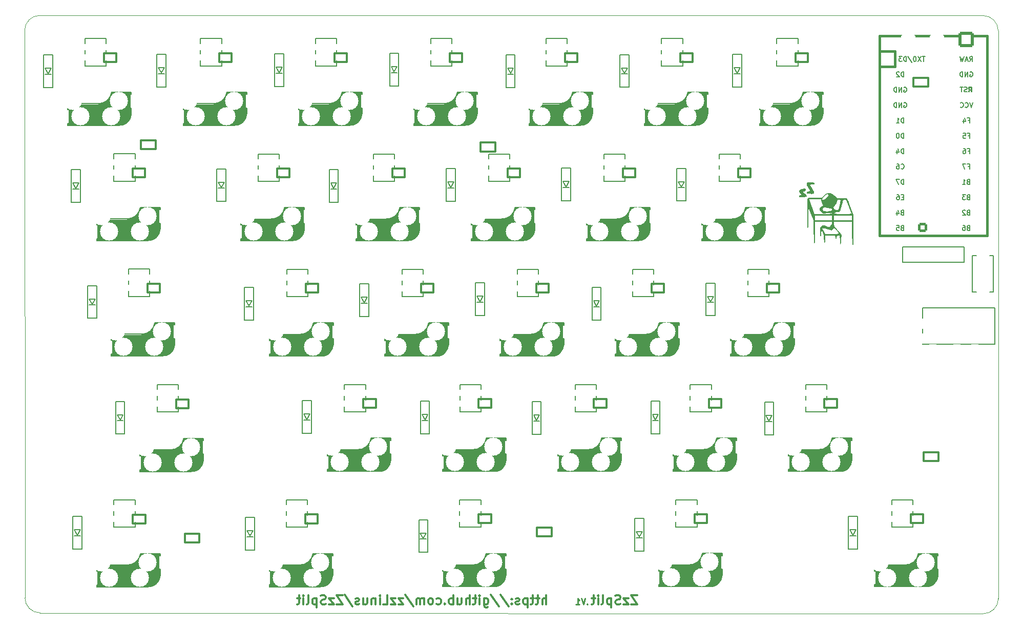
<source format=gbo>
G04 #@! TF.GenerationSoftware,KiCad,Pcbnew,(6.0.7)*
G04 #@! TF.CreationDate,2022-08-10T15:43:25+00:00*
G04 #@! TF.ProjectId,zzsplit,7a7a7370-6c69-4742-9e6b-696361645f70,rev?*
G04 #@! TF.SameCoordinates,Original*
G04 #@! TF.FileFunction,Legend,Bot*
G04 #@! TF.FilePolarity,Positive*
%FSLAX46Y46*%
G04 Gerber Fmt 4.6, Leading zero omitted, Abs format (unit mm)*
G04 Created by KiCad (PCBNEW (6.0.7)) date 2022-08-10 15:43:25*
%MOMM*%
%LPD*%
G01*
G04 APERTURE LIST*
G04 Aperture macros list*
%AMRoundRect*
0 Rectangle with rounded corners*
0 $1 Rounding radius*
0 $2 $3 $4 $5 $6 $7 $8 $9 X,Y pos of 4 corners*
0 Add a 4 corners polygon primitive as box body*
4,1,4,$2,$3,$4,$5,$6,$7,$8,$9,$2,$3,0*
0 Add four circle primitives for the rounded corners*
1,1,$1+$1,$2,$3*
1,1,$1+$1,$4,$5*
1,1,$1+$1,$6,$7*
1,1,$1+$1,$8,$9*
0 Add four rect primitives between the rounded corners*
20,1,$1+$1,$2,$3,$4,$5,0*
20,1,$1+$1,$4,$5,$6,$7,0*
20,1,$1+$1,$6,$7,$8,$9,0*
20,1,$1+$1,$8,$9,$2,$3,0*%
G04 Aperture macros list end*
G04 #@! TA.AperFunction,Profile*
%ADD10C,0.150000*%
G04 #@! TD*
G04 #@! TA.AperFunction,Profile*
%ADD11C,0.100000*%
G04 #@! TD*
%ADD12C,0.300000*%
%ADD13C,0.150000*%
%ADD14C,0.250000*%
%ADD15C,0.400000*%
%ADD16C,0.500000*%
%ADD17C,3.000000*%
%ADD18C,3.500000*%
%ADD19C,0.800000*%
%ADD20C,1.000000*%
%ADD21C,0.381000*%
%ADD22R,1.752600X1.752600*%
%ADD23C,1.752600*%
%ADD24R,0.950000X1.300000*%
%ADD25R,2.000000X1.000000*%
%ADD26C,4.100000*%
%ADD27C,3.000000*%
%ADD28C,1.900000*%
%ADD29C,1.700000*%
%ADD30R,1.600000X1.000000*%
%ADD31R,2.300000X2.000000*%
%ADD32C,4.700000*%
%ADD33C,1.200000*%
%ADD34O,2.500000X1.700000*%
%ADD35RoundRect,0.250000X-0.550000X-0.550000X0.550000X-0.550000X0.550000X0.550000X-0.550000X0.550000X0*%
%ADD36C,1.600000*%
%ADD37RoundRect,0.249999X1.025001X1.025001X-1.025001X1.025001X-1.025001X-1.025001X1.025001X-1.025001X0*%
%ADD38C,2.550000*%
%ADD39C,1.397000*%
%ADD40C,2.000000*%
G04 APERTURE END LIST*
D10*
X127620000Y-104490000D02*
X131120000Y-104490000D01*
X70460000Y-128070000D02*
X70460000Y-123570000D01*
X151440000Y-66360000D02*
X154940000Y-66360000D01*
X65690000Y-51800000D02*
X65690000Y-47300000D01*
X135890000Y-66360000D02*
X135890000Y-70860000D01*
D11*
X58200000Y-43460000D02*
X214110000Y-43490001D01*
D10*
X72850000Y-85400000D02*
X76350000Y-85400000D01*
X154940000Y-70860000D02*
X151440000Y-70860000D01*
D11*
X55740000Y-139720000D02*
G75*
G03*
X58240000Y-142220000I2500000J0D01*
G01*
D10*
X164450000Y-47300000D02*
X164450000Y-51800000D01*
X165700000Y-108980000D02*
X165700000Y-104480000D01*
X107290000Y-51800000D02*
X103790000Y-51800000D01*
X166830000Y-123540000D02*
X166830000Y-128040000D01*
X141890000Y-51800000D02*
X141890000Y-47300000D01*
X199040000Y-123550000D02*
X202540000Y-123550000D01*
X65690000Y-47300000D02*
X69190000Y-47300000D01*
X131120000Y-104490000D02*
X131120000Y-108990000D01*
X160950000Y-47300000D02*
X164450000Y-47300000D01*
X121600000Y-89930000D02*
X118100000Y-89930000D01*
X169200000Y-108980000D02*
X165700000Y-108980000D01*
X180000000Y-51800000D02*
X180000000Y-47300000D01*
X84750000Y-47300000D02*
X88250000Y-47300000D01*
X132390000Y-66360000D02*
X135890000Y-66360000D01*
X99050000Y-89930000D02*
X99050000Y-85430000D01*
X97790000Y-66360000D02*
X97790000Y-70860000D01*
X163330000Y-128040000D02*
X163330000Y-123540000D01*
D11*
X216600019Y-45990000D02*
X216630000Y-139850000D01*
D10*
X154940000Y-66360000D02*
X154940000Y-70860000D01*
X73960000Y-123570000D02*
X73960000Y-128070000D01*
X116830000Y-66360000D02*
X116830000Y-70860000D01*
X151440000Y-70860000D02*
X151440000Y-66360000D01*
X99050000Y-85430000D02*
X102550000Y-85430000D01*
X103790000Y-47300000D02*
X107290000Y-47300000D01*
X113330000Y-70860000D02*
X113330000Y-66360000D01*
X77610000Y-104520000D02*
X81110000Y-104520000D01*
X112060000Y-104500000D02*
X112060000Y-109000000D01*
X69190000Y-47300000D02*
X69190000Y-51800000D01*
X140650000Y-85420000D02*
X140650000Y-89920000D01*
X107290000Y-47300000D02*
X107290000Y-51800000D01*
X146670000Y-108990000D02*
X146670000Y-104490000D01*
X84750000Y-51800000D02*
X84750000Y-47300000D01*
X116830000Y-70860000D02*
X113330000Y-70860000D01*
X118100000Y-85430000D02*
X121600000Y-85430000D01*
X170490000Y-66360000D02*
X173990000Y-66360000D01*
X118100000Y-89930000D02*
X118100000Y-85430000D01*
X127610000Y-128050000D02*
X127610000Y-123550000D01*
X88250000Y-47300000D02*
X88250000Y-51800000D01*
X126340000Y-47300000D02*
X126340000Y-51800000D01*
X94290000Y-70860000D02*
X94290000Y-66360000D01*
X103790000Y-51800000D02*
X103790000Y-47300000D01*
X98960000Y-123560000D02*
X102460000Y-123560000D01*
X180000000Y-47300000D02*
X183500000Y-47300000D01*
X159700000Y-85420000D02*
X159700000Y-89920000D01*
X102550000Y-89930000D02*
X99050000Y-89930000D01*
X102460000Y-128060000D02*
X98960000Y-128060000D01*
X173990000Y-66360000D02*
X173990000Y-70860000D01*
X173990000Y-70860000D02*
X170490000Y-70860000D01*
X183500000Y-47300000D02*
X183500000Y-51800000D01*
X131110000Y-123550000D02*
X131110000Y-128050000D01*
D11*
X214109920Y-142359980D02*
X58240000Y-142220000D01*
D10*
X178750000Y-85430000D02*
X178750000Y-89930000D01*
X97790000Y-70860000D02*
X94290000Y-70860000D01*
D11*
X55700000Y-45960000D02*
X55740000Y-139720000D01*
D10*
X72850000Y-89900000D02*
X72850000Y-85400000D01*
X150170000Y-108990000D02*
X146670000Y-108990000D01*
X188270000Y-104490000D02*
X188270000Y-108990000D01*
X70460000Y-123570000D02*
X73960000Y-123570000D01*
X175250000Y-85430000D02*
X178750000Y-85430000D01*
X81110000Y-109020000D02*
X77610000Y-109020000D01*
X98960000Y-128060000D02*
X98960000Y-123560000D01*
X156200000Y-89920000D02*
X156200000Y-85420000D01*
X132390000Y-70860000D02*
X132390000Y-66360000D01*
X73950000Y-70850000D02*
X70450000Y-70850000D01*
X146670000Y-104490000D02*
X150170000Y-104490000D01*
X122840000Y-51800000D02*
X122840000Y-47300000D01*
X112060000Y-109000000D02*
X108560000Y-109000000D01*
X202540000Y-128050000D02*
X199040000Y-128050000D01*
X70450000Y-66350000D02*
X73950000Y-66350000D01*
X126340000Y-51800000D02*
X122840000Y-51800000D01*
X122840000Y-47300000D02*
X126340000Y-47300000D01*
X131120000Y-108990000D02*
X127620000Y-108990000D01*
X121600000Y-85430000D02*
X121600000Y-89930000D01*
X108560000Y-104500000D02*
X112060000Y-104500000D01*
X165700000Y-104480000D02*
X169200000Y-104480000D01*
X113330000Y-66360000D02*
X116830000Y-66360000D01*
X108560000Y-109000000D02*
X108560000Y-104500000D01*
X94290000Y-66360000D02*
X97790000Y-66360000D01*
X73950000Y-66350000D02*
X73950000Y-70850000D01*
D11*
X214109920Y-142359980D02*
G75*
G03*
X216630000Y-139850000I10080J2509980D01*
G01*
D10*
X102550000Y-85430000D02*
X102550000Y-89930000D01*
X202540000Y-123550000D02*
X202540000Y-128050000D01*
X156200000Y-85420000D02*
X159700000Y-85420000D01*
X127610000Y-123550000D02*
X131110000Y-123550000D01*
X164450000Y-51800000D02*
X160950000Y-51800000D01*
X141890000Y-47300000D02*
X145390000Y-47300000D01*
X76350000Y-89900000D02*
X72850000Y-89900000D01*
D11*
X216600019Y-45990000D02*
G75*
G03*
X214110000Y-43490001I-2500019J0D01*
G01*
D10*
X137150000Y-85420000D02*
X140650000Y-85420000D01*
X140650000Y-89920000D02*
X137150000Y-89920000D01*
X76350000Y-85400000D02*
X76350000Y-89900000D01*
X102460000Y-123560000D02*
X102460000Y-128060000D01*
X178750000Y-89930000D02*
X175250000Y-89930000D01*
X145390000Y-47300000D02*
X145390000Y-51800000D01*
X73960000Y-128070000D02*
X70460000Y-128070000D01*
X159700000Y-89920000D02*
X156200000Y-89920000D01*
X184770000Y-108990000D02*
X184770000Y-104490000D01*
X137150000Y-89920000D02*
X137150000Y-85420000D01*
X169200000Y-104480000D02*
X169200000Y-108980000D01*
X183500000Y-51800000D02*
X180000000Y-51800000D01*
X170490000Y-70860000D02*
X170490000Y-66360000D01*
X166830000Y-128040000D02*
X163330000Y-128040000D01*
X70450000Y-70850000D02*
X70450000Y-66350000D01*
X175250000Y-89930000D02*
X175250000Y-85430000D01*
X188270000Y-108990000D02*
X184770000Y-108990000D01*
X184770000Y-104490000D02*
X188270000Y-104490000D01*
X81110000Y-104520000D02*
X81110000Y-109020000D01*
X160950000Y-51800000D02*
X160950000Y-47300000D01*
X135890000Y-70860000D02*
X132390000Y-70860000D01*
X150170000Y-104490000D02*
X150170000Y-108990000D01*
X131110000Y-128050000D02*
X127610000Y-128050000D01*
X69190000Y-51800000D02*
X65690000Y-51800000D01*
X145390000Y-51800000D02*
X141890000Y-51800000D01*
D11*
X58200000Y-43460000D02*
G75*
G03*
X55700000Y-45960000I0J-2500000D01*
G01*
D10*
X88250000Y-51800000D02*
X84750000Y-51800000D01*
X77610000Y-109020000D02*
X77610000Y-104520000D01*
X163330000Y-123540000D02*
X166830000Y-123540000D01*
X127620000Y-108990000D02*
X127620000Y-104490000D01*
X199040000Y-128050000D02*
X199040000Y-123550000D01*
D12*
X156935142Y-139285428D02*
X155919142Y-139285428D01*
X156935142Y-140809428D01*
X155919142Y-140809428D01*
X155483714Y-139793428D02*
X154685428Y-139793428D01*
X155483714Y-140809428D01*
X154685428Y-140809428D01*
X154177428Y-140736857D02*
X153959714Y-140809428D01*
X153596857Y-140809428D01*
X153451714Y-140736857D01*
X153379142Y-140664285D01*
X153306571Y-140519142D01*
X153306571Y-140374000D01*
X153379142Y-140228857D01*
X153451714Y-140156285D01*
X153596857Y-140083714D01*
X153887142Y-140011142D01*
X154032285Y-139938571D01*
X154104857Y-139866000D01*
X154177428Y-139720857D01*
X154177428Y-139575714D01*
X154104857Y-139430571D01*
X154032285Y-139358000D01*
X153887142Y-139285428D01*
X153524285Y-139285428D01*
X153306571Y-139358000D01*
X152653428Y-139793428D02*
X152653428Y-141317428D01*
X152653428Y-139866000D02*
X152508285Y-139793428D01*
X152218000Y-139793428D01*
X152072857Y-139866000D01*
X152000285Y-139938571D01*
X151927714Y-140083714D01*
X151927714Y-140519142D01*
X152000285Y-140664285D01*
X152072857Y-140736857D01*
X152218000Y-140809428D01*
X152508285Y-140809428D01*
X152653428Y-140736857D01*
X151056857Y-140809428D02*
X151202000Y-140736857D01*
X151274571Y-140591714D01*
X151274571Y-139285428D01*
X150476285Y-140809428D02*
X150476285Y-139793428D01*
X150476285Y-139285428D02*
X150548857Y-139358000D01*
X150476285Y-139430571D01*
X150403714Y-139358000D01*
X150476285Y-139285428D01*
X150476285Y-139430571D01*
X149968285Y-139793428D02*
X149387714Y-139793428D01*
X149750571Y-139285428D02*
X149750571Y-140591714D01*
X149678000Y-140736857D01*
X149532857Y-140809428D01*
X149387714Y-140809428D01*
X141912857Y-140809428D02*
X141912857Y-139285428D01*
X141259714Y-140809428D02*
X141259714Y-140011142D01*
X141332285Y-139866000D01*
X141477428Y-139793428D01*
X141695142Y-139793428D01*
X141840285Y-139866000D01*
X141912857Y-139938571D01*
X140751714Y-139793428D02*
X140171142Y-139793428D01*
X140534000Y-139285428D02*
X140534000Y-140591714D01*
X140461428Y-140736857D01*
X140316285Y-140809428D01*
X140171142Y-140809428D01*
X139880857Y-139793428D02*
X139300285Y-139793428D01*
X139663142Y-139285428D02*
X139663142Y-140591714D01*
X139590571Y-140736857D01*
X139445428Y-140809428D01*
X139300285Y-140809428D01*
X138792285Y-139793428D02*
X138792285Y-141317428D01*
X138792285Y-139866000D02*
X138647142Y-139793428D01*
X138356857Y-139793428D01*
X138211714Y-139866000D01*
X138139142Y-139938571D01*
X138066571Y-140083714D01*
X138066571Y-140519142D01*
X138139142Y-140664285D01*
X138211714Y-140736857D01*
X138356857Y-140809428D01*
X138647142Y-140809428D01*
X138792285Y-140736857D01*
X137486000Y-140736857D02*
X137340857Y-140809428D01*
X137050571Y-140809428D01*
X136905428Y-140736857D01*
X136832857Y-140591714D01*
X136832857Y-140519142D01*
X136905428Y-140374000D01*
X137050571Y-140301428D01*
X137268285Y-140301428D01*
X137413428Y-140228857D01*
X137486000Y-140083714D01*
X137486000Y-140011142D01*
X137413428Y-139866000D01*
X137268285Y-139793428D01*
X137050571Y-139793428D01*
X136905428Y-139866000D01*
X136179714Y-140664285D02*
X136107142Y-140736857D01*
X136179714Y-140809428D01*
X136252285Y-140736857D01*
X136179714Y-140664285D01*
X136179714Y-140809428D01*
X136179714Y-139866000D02*
X136107142Y-139938571D01*
X136179714Y-140011142D01*
X136252285Y-139938571D01*
X136179714Y-139866000D01*
X136179714Y-140011142D01*
X134365428Y-139212857D02*
X135671714Y-141172285D01*
X132768857Y-139212857D02*
X134075142Y-141172285D01*
X131607714Y-139793428D02*
X131607714Y-141027142D01*
X131680285Y-141172285D01*
X131752857Y-141244857D01*
X131898000Y-141317428D01*
X132115714Y-141317428D01*
X132260857Y-141244857D01*
X131607714Y-140736857D02*
X131752857Y-140809428D01*
X132043142Y-140809428D01*
X132188285Y-140736857D01*
X132260857Y-140664285D01*
X132333428Y-140519142D01*
X132333428Y-140083714D01*
X132260857Y-139938571D01*
X132188285Y-139866000D01*
X132043142Y-139793428D01*
X131752857Y-139793428D01*
X131607714Y-139866000D01*
X130882000Y-140809428D02*
X130882000Y-139793428D01*
X130882000Y-139285428D02*
X130954571Y-139358000D01*
X130882000Y-139430571D01*
X130809428Y-139358000D01*
X130882000Y-139285428D01*
X130882000Y-139430571D01*
X130374000Y-139793428D02*
X129793428Y-139793428D01*
X130156285Y-139285428D02*
X130156285Y-140591714D01*
X130083714Y-140736857D01*
X129938571Y-140809428D01*
X129793428Y-140809428D01*
X129285428Y-140809428D02*
X129285428Y-139285428D01*
X128632285Y-140809428D02*
X128632285Y-140011142D01*
X128704857Y-139866000D01*
X128850000Y-139793428D01*
X129067714Y-139793428D01*
X129212857Y-139866000D01*
X129285428Y-139938571D01*
X127253428Y-139793428D02*
X127253428Y-140809428D01*
X127906571Y-139793428D02*
X127906571Y-140591714D01*
X127834000Y-140736857D01*
X127688857Y-140809428D01*
X127471142Y-140809428D01*
X127326000Y-140736857D01*
X127253428Y-140664285D01*
X126527714Y-140809428D02*
X126527714Y-139285428D01*
X126527714Y-139866000D02*
X126382571Y-139793428D01*
X126092285Y-139793428D01*
X125947142Y-139866000D01*
X125874571Y-139938571D01*
X125802000Y-140083714D01*
X125802000Y-140519142D01*
X125874571Y-140664285D01*
X125947142Y-140736857D01*
X126092285Y-140809428D01*
X126382571Y-140809428D01*
X126527714Y-140736857D01*
X125148857Y-140664285D02*
X125076285Y-140736857D01*
X125148857Y-140809428D01*
X125221428Y-140736857D01*
X125148857Y-140664285D01*
X125148857Y-140809428D01*
X123770000Y-140736857D02*
X123915142Y-140809428D01*
X124205428Y-140809428D01*
X124350571Y-140736857D01*
X124423142Y-140664285D01*
X124495714Y-140519142D01*
X124495714Y-140083714D01*
X124423142Y-139938571D01*
X124350571Y-139866000D01*
X124205428Y-139793428D01*
X123915142Y-139793428D01*
X123770000Y-139866000D01*
X122899142Y-140809428D02*
X123044285Y-140736857D01*
X123116857Y-140664285D01*
X123189428Y-140519142D01*
X123189428Y-140083714D01*
X123116857Y-139938571D01*
X123044285Y-139866000D01*
X122899142Y-139793428D01*
X122681428Y-139793428D01*
X122536285Y-139866000D01*
X122463714Y-139938571D01*
X122391142Y-140083714D01*
X122391142Y-140519142D01*
X122463714Y-140664285D01*
X122536285Y-140736857D01*
X122681428Y-140809428D01*
X122899142Y-140809428D01*
X121738000Y-140809428D02*
X121738000Y-139793428D01*
X121738000Y-139938571D02*
X121665428Y-139866000D01*
X121520285Y-139793428D01*
X121302571Y-139793428D01*
X121157428Y-139866000D01*
X121084857Y-140011142D01*
X121084857Y-140809428D01*
X121084857Y-140011142D02*
X121012285Y-139866000D01*
X120867142Y-139793428D01*
X120649428Y-139793428D01*
X120504285Y-139866000D01*
X120431714Y-140011142D01*
X120431714Y-140809428D01*
X118617428Y-139212857D02*
X119923714Y-141172285D01*
X118254571Y-139793428D02*
X117456285Y-139793428D01*
X118254571Y-140809428D01*
X117456285Y-140809428D01*
X117020857Y-139793428D02*
X116222571Y-139793428D01*
X117020857Y-140809428D01*
X116222571Y-140809428D01*
X114916285Y-140809428D02*
X115642000Y-140809428D01*
X115642000Y-139285428D01*
X114408285Y-140809428D02*
X114408285Y-139793428D01*
X114408285Y-139285428D02*
X114480857Y-139358000D01*
X114408285Y-139430571D01*
X114335714Y-139358000D01*
X114408285Y-139285428D01*
X114408285Y-139430571D01*
X113682571Y-139793428D02*
X113682571Y-140809428D01*
X113682571Y-139938571D02*
X113610000Y-139866000D01*
X113464857Y-139793428D01*
X113247142Y-139793428D01*
X113102000Y-139866000D01*
X113029428Y-140011142D01*
X113029428Y-140809428D01*
X111650571Y-139793428D02*
X111650571Y-140809428D01*
X112303714Y-139793428D02*
X112303714Y-140591714D01*
X112231142Y-140736857D01*
X112086000Y-140809428D01*
X111868285Y-140809428D01*
X111723142Y-140736857D01*
X111650571Y-140664285D01*
X110997428Y-140736857D02*
X110852285Y-140809428D01*
X110562000Y-140809428D01*
X110416857Y-140736857D01*
X110344285Y-140591714D01*
X110344285Y-140519142D01*
X110416857Y-140374000D01*
X110562000Y-140301428D01*
X110779714Y-140301428D01*
X110924857Y-140228857D01*
X110997428Y-140083714D01*
X110997428Y-140011142D01*
X110924857Y-139866000D01*
X110779714Y-139793428D01*
X110562000Y-139793428D01*
X110416857Y-139866000D01*
X108602571Y-139212857D02*
X109908857Y-141172285D01*
X108239714Y-139285428D02*
X107223714Y-139285428D01*
X108239714Y-140809428D01*
X107223714Y-140809428D01*
X106788285Y-139793428D02*
X105990000Y-139793428D01*
X106788285Y-140809428D01*
X105990000Y-140809428D01*
X105482000Y-140736857D02*
X105264285Y-140809428D01*
X104901428Y-140809428D01*
X104756285Y-140736857D01*
X104683714Y-140664285D01*
X104611142Y-140519142D01*
X104611142Y-140374000D01*
X104683714Y-140228857D01*
X104756285Y-140156285D01*
X104901428Y-140083714D01*
X105191714Y-140011142D01*
X105336857Y-139938571D01*
X105409428Y-139866000D01*
X105482000Y-139720857D01*
X105482000Y-139575714D01*
X105409428Y-139430571D01*
X105336857Y-139358000D01*
X105191714Y-139285428D01*
X104828857Y-139285428D01*
X104611142Y-139358000D01*
X103958000Y-139793428D02*
X103958000Y-141317428D01*
X103958000Y-139866000D02*
X103812857Y-139793428D01*
X103522571Y-139793428D01*
X103377428Y-139866000D01*
X103304857Y-139938571D01*
X103232285Y-140083714D01*
X103232285Y-140519142D01*
X103304857Y-140664285D01*
X103377428Y-140736857D01*
X103522571Y-140809428D01*
X103812857Y-140809428D01*
X103958000Y-140736857D01*
X102361428Y-140809428D02*
X102506571Y-140736857D01*
X102579142Y-140591714D01*
X102579142Y-139285428D01*
X101780857Y-140809428D02*
X101780857Y-139793428D01*
X101780857Y-139285428D02*
X101853428Y-139358000D01*
X101780857Y-139430571D01*
X101708285Y-139358000D01*
X101780857Y-139285428D01*
X101780857Y-139430571D01*
X101272857Y-139793428D02*
X100692285Y-139793428D01*
X101055142Y-139285428D02*
X101055142Y-140591714D01*
X100982571Y-140736857D01*
X100837428Y-140809428D01*
X100692285Y-140809428D01*
D13*
X211659809Y-78569607D02*
X211545523Y-78607702D01*
X211507428Y-78645797D01*
X211469333Y-78721988D01*
X211469333Y-78836273D01*
X211507428Y-78912464D01*
X211545523Y-78950559D01*
X211621714Y-78988654D01*
X211926476Y-78988654D01*
X211926476Y-78188654D01*
X211659809Y-78188654D01*
X211583619Y-78226750D01*
X211545523Y-78264845D01*
X211507428Y-78341035D01*
X211507428Y-78417226D01*
X211545523Y-78493416D01*
X211583619Y-78531511D01*
X211659809Y-78569607D01*
X211926476Y-78569607D01*
X210783619Y-78188654D02*
X210936000Y-78188654D01*
X211012190Y-78226750D01*
X211050285Y-78264845D01*
X211126476Y-78379130D01*
X211164571Y-78531511D01*
X211164571Y-78836273D01*
X211126476Y-78912464D01*
X211088380Y-78950559D01*
X211012190Y-78988654D01*
X210859809Y-78988654D01*
X210783619Y-78950559D01*
X210745523Y-78912464D01*
X210707428Y-78836273D01*
X210707428Y-78645797D01*
X210745523Y-78569607D01*
X210783619Y-78531511D01*
X210859809Y-78493416D01*
X211012190Y-78493416D01*
X211088380Y-78531511D01*
X211126476Y-78569607D01*
X211164571Y-78645797D01*
X212402666Y-57868654D02*
X212136000Y-58668654D01*
X211869333Y-57868654D01*
X211145523Y-58592464D02*
X211183619Y-58630559D01*
X211297904Y-58668654D01*
X211374095Y-58668654D01*
X211488380Y-58630559D01*
X211564571Y-58554369D01*
X211602666Y-58478178D01*
X211640761Y-58325797D01*
X211640761Y-58211511D01*
X211602666Y-58059130D01*
X211564571Y-57982940D01*
X211488380Y-57906750D01*
X211374095Y-57868654D01*
X211297904Y-57868654D01*
X211183619Y-57906750D01*
X211145523Y-57944845D01*
X210345523Y-58592464D02*
X210383619Y-58630559D01*
X210497904Y-58668654D01*
X210574095Y-58668654D01*
X210688380Y-58630559D01*
X210764571Y-58554369D01*
X210802666Y-58478178D01*
X210840761Y-58325797D01*
X210840761Y-58211511D01*
X210802666Y-58059130D01*
X210764571Y-57982940D01*
X210688380Y-57906750D01*
X210574095Y-57868654D01*
X210497904Y-57868654D01*
X210383619Y-57906750D01*
X210345523Y-57944845D01*
X201004476Y-61208654D02*
X201004476Y-60408654D01*
X200814000Y-60408654D01*
X200699714Y-60446750D01*
X200623523Y-60522940D01*
X200585428Y-60599130D01*
X200547333Y-60751511D01*
X200547333Y-60865797D01*
X200585428Y-61018178D01*
X200623523Y-61094369D01*
X200699714Y-61170559D01*
X200814000Y-61208654D01*
X201004476Y-61208654D01*
X199785428Y-61208654D02*
X200242571Y-61208654D01*
X200014000Y-61208654D02*
X200014000Y-60408654D01*
X200090190Y-60522940D01*
X200166380Y-60599130D01*
X200242571Y-60637226D01*
X211659809Y-73489607D02*
X211545523Y-73527702D01*
X211507428Y-73565797D01*
X211469333Y-73641988D01*
X211469333Y-73756273D01*
X211507428Y-73832464D01*
X211545523Y-73870559D01*
X211621714Y-73908654D01*
X211926476Y-73908654D01*
X211926476Y-73108654D01*
X211659809Y-73108654D01*
X211583619Y-73146750D01*
X211545523Y-73184845D01*
X211507428Y-73261035D01*
X211507428Y-73337226D01*
X211545523Y-73413416D01*
X211583619Y-73451511D01*
X211659809Y-73489607D01*
X211926476Y-73489607D01*
X211202666Y-73108654D02*
X210707428Y-73108654D01*
X210974095Y-73413416D01*
X210859809Y-73413416D01*
X210783619Y-73451511D01*
X210745523Y-73489607D01*
X210707428Y-73565797D01*
X210707428Y-73756273D01*
X210745523Y-73832464D01*
X210783619Y-73870559D01*
X210859809Y-73908654D01*
X211088380Y-73908654D01*
X211164571Y-73870559D01*
X211202666Y-73832464D01*
X201023523Y-55366750D02*
X201099714Y-55328654D01*
X201214000Y-55328654D01*
X201328285Y-55366750D01*
X201404476Y-55442940D01*
X201442571Y-55519130D01*
X201480666Y-55671511D01*
X201480666Y-55785797D01*
X201442571Y-55938178D01*
X201404476Y-56014369D01*
X201328285Y-56090559D01*
X201214000Y-56128654D01*
X201137809Y-56128654D01*
X201023523Y-56090559D01*
X200985428Y-56052464D01*
X200985428Y-55785797D01*
X201137809Y-55785797D01*
X200642571Y-56128654D02*
X200642571Y-55328654D01*
X200185428Y-56128654D01*
X200185428Y-55328654D01*
X199804476Y-56128654D02*
X199804476Y-55328654D01*
X199614000Y-55328654D01*
X199499714Y-55366750D01*
X199423523Y-55442940D01*
X199385428Y-55519130D01*
X199347333Y-55671511D01*
X199347333Y-55785797D01*
X199385428Y-55938178D01*
X199423523Y-56014369D01*
X199499714Y-56090559D01*
X199614000Y-56128654D01*
X199804476Y-56128654D01*
X200547333Y-68752464D02*
X200585428Y-68790559D01*
X200699714Y-68828654D01*
X200775904Y-68828654D01*
X200890190Y-68790559D01*
X200966380Y-68714369D01*
X201004476Y-68638178D01*
X201042571Y-68485797D01*
X201042571Y-68371511D01*
X201004476Y-68219130D01*
X200966380Y-68142940D01*
X200890190Y-68066750D01*
X200775904Y-68028654D01*
X200699714Y-68028654D01*
X200585428Y-68066750D01*
X200547333Y-68104845D01*
X199861619Y-68028654D02*
X200014000Y-68028654D01*
X200090190Y-68066750D01*
X200128285Y-68104845D01*
X200204476Y-68219130D01*
X200242571Y-68371511D01*
X200242571Y-68676273D01*
X200204476Y-68752464D01*
X200166380Y-68790559D01*
X200090190Y-68828654D01*
X199937809Y-68828654D01*
X199861619Y-68790559D01*
X199823523Y-68752464D01*
X199785428Y-68676273D01*
X199785428Y-68485797D01*
X199823523Y-68409607D01*
X199861619Y-68371511D01*
X199937809Y-68333416D01*
X200090190Y-68333416D01*
X200166380Y-68371511D01*
X200204476Y-68409607D01*
X200242571Y-68485797D01*
X200966380Y-73489607D02*
X200699714Y-73489607D01*
X200585428Y-73908654D02*
X200966380Y-73908654D01*
X200966380Y-73108654D01*
X200585428Y-73108654D01*
X199899714Y-73108654D02*
X200052095Y-73108654D01*
X200128285Y-73146750D01*
X200166380Y-73184845D01*
X200242571Y-73299130D01*
X200280666Y-73451511D01*
X200280666Y-73756273D01*
X200242571Y-73832464D01*
X200204476Y-73870559D01*
X200128285Y-73908654D01*
X199975904Y-73908654D01*
X199899714Y-73870559D01*
X199861619Y-73832464D01*
X199823523Y-73756273D01*
X199823523Y-73565797D01*
X199861619Y-73489607D01*
X199899714Y-73451511D01*
X199975904Y-73413416D01*
X200128285Y-73413416D01*
X200204476Y-73451511D01*
X200242571Y-73489607D01*
X200280666Y-73565797D01*
X204493604Y-50248654D02*
X204036461Y-50248654D01*
X204265032Y-51048654D02*
X204265032Y-50248654D01*
X203845985Y-50248654D02*
X203312651Y-51048654D01*
X203312651Y-50248654D02*
X203845985Y-51048654D01*
X202855508Y-50248654D02*
X202779318Y-50248654D01*
X202703128Y-50286750D01*
X202665032Y-50324845D01*
X202626937Y-50401035D01*
X202588842Y-50553416D01*
X202588842Y-50743892D01*
X202626937Y-50896273D01*
X202665032Y-50972464D01*
X202703128Y-51010559D01*
X202779318Y-51048654D01*
X202855508Y-51048654D01*
X202931699Y-51010559D01*
X202969794Y-50972464D01*
X203007889Y-50896273D01*
X203045985Y-50743892D01*
X203045985Y-50553416D01*
X203007889Y-50401035D01*
X202969794Y-50324845D01*
X202931699Y-50286750D01*
X202855508Y-50248654D01*
X201674556Y-50210559D02*
X202360270Y-51239130D01*
X201407889Y-51048654D02*
X201407889Y-50248654D01*
X201217413Y-50248654D01*
X201103128Y-50286750D01*
X201026937Y-50362940D01*
X200988842Y-50439130D01*
X200950747Y-50591511D01*
X200950747Y-50705797D01*
X200988842Y-50858178D01*
X201026937Y-50934369D01*
X201103128Y-51010559D01*
X201217413Y-51048654D01*
X201407889Y-51048654D01*
X200684080Y-50248654D02*
X200188842Y-50248654D01*
X200455508Y-50553416D01*
X200341223Y-50553416D01*
X200265032Y-50591511D01*
X200226937Y-50629607D01*
X200188842Y-50705797D01*
X200188842Y-50896273D01*
X200226937Y-50972464D01*
X200265032Y-51010559D01*
X200341223Y-51048654D01*
X200569794Y-51048654D01*
X200645985Y-51010559D01*
X200684080Y-50972464D01*
X211602666Y-65869607D02*
X211869333Y-65869607D01*
X211869333Y-66288654D02*
X211869333Y-65488654D01*
X211488380Y-65488654D01*
X210840761Y-65488654D02*
X210993142Y-65488654D01*
X211069333Y-65526750D01*
X211107428Y-65564845D01*
X211183619Y-65679130D01*
X211221714Y-65831511D01*
X211221714Y-66136273D01*
X211183619Y-66212464D01*
X211145523Y-66250559D01*
X211069333Y-66288654D01*
X210916952Y-66288654D01*
X210840761Y-66250559D01*
X210802666Y-66212464D01*
X210764571Y-66136273D01*
X210764571Y-65945797D01*
X210802666Y-65869607D01*
X210840761Y-65831511D01*
X210916952Y-65793416D01*
X211069333Y-65793416D01*
X211145523Y-65831511D01*
X211183619Y-65869607D01*
X211221714Y-65945797D01*
X211945523Y-52826750D02*
X212021714Y-52788654D01*
X212136000Y-52788654D01*
X212250285Y-52826750D01*
X212326476Y-52902940D01*
X212364571Y-52979130D01*
X212402666Y-53131511D01*
X212402666Y-53245797D01*
X212364571Y-53398178D01*
X212326476Y-53474369D01*
X212250285Y-53550559D01*
X212136000Y-53588654D01*
X212059809Y-53588654D01*
X211945523Y-53550559D01*
X211907428Y-53512464D01*
X211907428Y-53245797D01*
X212059809Y-53245797D01*
X211564571Y-53588654D02*
X211564571Y-52788654D01*
X211107428Y-53588654D01*
X211107428Y-52788654D01*
X210726476Y-53588654D02*
X210726476Y-52788654D01*
X210536000Y-52788654D01*
X210421714Y-52826750D01*
X210345523Y-52902940D01*
X210307428Y-52979130D01*
X210269333Y-53131511D01*
X210269333Y-53245797D01*
X210307428Y-53398178D01*
X210345523Y-53474369D01*
X210421714Y-53550559D01*
X210536000Y-53588654D01*
X210726476Y-53588654D01*
X201004476Y-71368654D02*
X201004476Y-70568654D01*
X200814000Y-70568654D01*
X200699714Y-70606750D01*
X200623523Y-70682940D01*
X200585428Y-70759130D01*
X200547333Y-70911511D01*
X200547333Y-71025797D01*
X200585428Y-71178178D01*
X200623523Y-71254369D01*
X200699714Y-71330559D01*
X200814000Y-71368654D01*
X201004476Y-71368654D01*
X200280666Y-70568654D02*
X199747333Y-70568654D01*
X200090190Y-71368654D01*
X201004476Y-63748654D02*
X201004476Y-62948654D01*
X200814000Y-62948654D01*
X200699714Y-62986750D01*
X200623523Y-63062940D01*
X200585428Y-63139130D01*
X200547333Y-63291511D01*
X200547333Y-63405797D01*
X200585428Y-63558178D01*
X200623523Y-63634369D01*
X200699714Y-63710559D01*
X200814000Y-63748654D01*
X201004476Y-63748654D01*
X200052095Y-62948654D02*
X199975904Y-62948654D01*
X199899714Y-62986750D01*
X199861619Y-63024845D01*
X199823523Y-63101035D01*
X199785428Y-63253416D01*
X199785428Y-63443892D01*
X199823523Y-63596273D01*
X199861619Y-63672464D01*
X199899714Y-63710559D01*
X199975904Y-63748654D01*
X200052095Y-63748654D01*
X200128285Y-63710559D01*
X200166380Y-63672464D01*
X200204476Y-63596273D01*
X200242571Y-63443892D01*
X200242571Y-63253416D01*
X200204476Y-63101035D01*
X200166380Y-63024845D01*
X200128285Y-62986750D01*
X200052095Y-62948654D01*
X200737809Y-78569607D02*
X200623523Y-78607702D01*
X200585428Y-78645797D01*
X200547333Y-78721988D01*
X200547333Y-78836273D01*
X200585428Y-78912464D01*
X200623523Y-78950559D01*
X200699714Y-78988654D01*
X201004476Y-78988654D01*
X201004476Y-78188654D01*
X200737809Y-78188654D01*
X200661619Y-78226750D01*
X200623523Y-78264845D01*
X200585428Y-78341035D01*
X200585428Y-78417226D01*
X200623523Y-78493416D01*
X200661619Y-78531511D01*
X200737809Y-78569607D01*
X201004476Y-78569607D01*
X199823523Y-78188654D02*
X200204476Y-78188654D01*
X200242571Y-78569607D01*
X200204476Y-78531511D01*
X200128285Y-78493416D01*
X199937809Y-78493416D01*
X199861619Y-78531511D01*
X199823523Y-78569607D01*
X199785428Y-78645797D01*
X199785428Y-78836273D01*
X199823523Y-78912464D01*
X199861619Y-78950559D01*
X199937809Y-78988654D01*
X200128285Y-78988654D01*
X200204476Y-78950559D01*
X200242571Y-78912464D01*
X200737809Y-76029607D02*
X200623523Y-76067702D01*
X200585428Y-76105797D01*
X200547333Y-76181988D01*
X200547333Y-76296273D01*
X200585428Y-76372464D01*
X200623523Y-76410559D01*
X200699714Y-76448654D01*
X201004476Y-76448654D01*
X201004476Y-75648654D01*
X200737809Y-75648654D01*
X200661619Y-75686750D01*
X200623523Y-75724845D01*
X200585428Y-75801035D01*
X200585428Y-75877226D01*
X200623523Y-75953416D01*
X200661619Y-75991511D01*
X200737809Y-76029607D01*
X201004476Y-76029607D01*
X199861619Y-75915321D02*
X199861619Y-76448654D01*
X200052095Y-75610559D02*
X200242571Y-76181988D01*
X199747333Y-76181988D01*
X201004476Y-66288654D02*
X201004476Y-65488654D01*
X200814000Y-65488654D01*
X200699714Y-65526750D01*
X200623523Y-65602940D01*
X200585428Y-65679130D01*
X200547333Y-65831511D01*
X200547333Y-65945797D01*
X200585428Y-66098178D01*
X200623523Y-66174369D01*
X200699714Y-66250559D01*
X200814000Y-66288654D01*
X201004476Y-66288654D01*
X199861619Y-65755321D02*
X199861619Y-66288654D01*
X200052095Y-65450559D02*
X200242571Y-66021988D01*
X199747333Y-66021988D01*
X201004476Y-53588654D02*
X201004476Y-52788654D01*
X200814000Y-52788654D01*
X200699714Y-52826750D01*
X200623523Y-52902940D01*
X200585428Y-52979130D01*
X200547333Y-53131511D01*
X200547333Y-53245797D01*
X200585428Y-53398178D01*
X200623523Y-53474369D01*
X200699714Y-53550559D01*
X200814000Y-53588654D01*
X201004476Y-53588654D01*
X200242571Y-52864845D02*
X200204476Y-52826750D01*
X200128285Y-52788654D01*
X199937809Y-52788654D01*
X199861619Y-52826750D01*
X199823523Y-52864845D01*
X199785428Y-52941035D01*
X199785428Y-53017226D01*
X199823523Y-53131511D01*
X200280666Y-53588654D01*
X199785428Y-53588654D01*
X211602666Y-63329607D02*
X211869333Y-63329607D01*
X211869333Y-63748654D02*
X211869333Y-62948654D01*
X211488380Y-62948654D01*
X210802666Y-62948654D02*
X211183619Y-62948654D01*
X211221714Y-63329607D01*
X211183619Y-63291511D01*
X211107428Y-63253416D01*
X210916952Y-63253416D01*
X210840761Y-63291511D01*
X210802666Y-63329607D01*
X210764571Y-63405797D01*
X210764571Y-63596273D01*
X210802666Y-63672464D01*
X210840761Y-63710559D01*
X210916952Y-63748654D01*
X211107428Y-63748654D01*
X211183619Y-63710559D01*
X211221714Y-63672464D01*
X211602666Y-68409607D02*
X211869333Y-68409607D01*
X211869333Y-68828654D02*
X211869333Y-68028654D01*
X211488380Y-68028654D01*
X211259809Y-68028654D02*
X210726476Y-68028654D01*
X211069333Y-68828654D01*
X201023523Y-57906750D02*
X201099714Y-57868654D01*
X201214000Y-57868654D01*
X201328285Y-57906750D01*
X201404476Y-57982940D01*
X201442571Y-58059130D01*
X201480666Y-58211511D01*
X201480666Y-58325797D01*
X201442571Y-58478178D01*
X201404476Y-58554369D01*
X201328285Y-58630559D01*
X201214000Y-58668654D01*
X201137809Y-58668654D01*
X201023523Y-58630559D01*
X200985428Y-58592464D01*
X200985428Y-58325797D01*
X201137809Y-58325797D01*
X200642571Y-58668654D02*
X200642571Y-57868654D01*
X200185428Y-58668654D01*
X200185428Y-57868654D01*
X199804476Y-58668654D02*
X199804476Y-57868654D01*
X199614000Y-57868654D01*
X199499714Y-57906750D01*
X199423523Y-57982940D01*
X199385428Y-58059130D01*
X199347333Y-58211511D01*
X199347333Y-58325797D01*
X199385428Y-58478178D01*
X199423523Y-58554369D01*
X199499714Y-58630559D01*
X199614000Y-58668654D01*
X199804476Y-58668654D01*
X211659809Y-70949607D02*
X211545523Y-70987702D01*
X211507428Y-71025797D01*
X211469333Y-71101988D01*
X211469333Y-71216273D01*
X211507428Y-71292464D01*
X211545523Y-71330559D01*
X211621714Y-71368654D01*
X211926476Y-71368654D01*
X211926476Y-70568654D01*
X211659809Y-70568654D01*
X211583619Y-70606750D01*
X211545523Y-70644845D01*
X211507428Y-70721035D01*
X211507428Y-70797226D01*
X211545523Y-70873416D01*
X211583619Y-70911511D01*
X211659809Y-70949607D01*
X211926476Y-70949607D01*
X210707428Y-71368654D02*
X211164571Y-71368654D01*
X210936000Y-71368654D02*
X210936000Y-70568654D01*
X211012190Y-70682940D01*
X211088380Y-70759130D01*
X211164571Y-70797226D01*
X211448333Y-56070559D02*
X211334047Y-56108654D01*
X211143571Y-56108654D01*
X211067380Y-56070559D01*
X211029285Y-56032464D01*
X210991190Y-55956273D01*
X210991190Y-55880083D01*
X211029285Y-55803892D01*
X211067380Y-55765797D01*
X211143571Y-55727702D01*
X211295952Y-55689607D01*
X211372142Y-55651511D01*
X211410238Y-55613416D01*
X211448333Y-55537226D01*
X211448333Y-55461035D01*
X211410238Y-55384845D01*
X211372142Y-55346750D01*
X211295952Y-55308654D01*
X211105476Y-55308654D01*
X210991190Y-55346750D01*
X210762619Y-55308654D02*
X210305476Y-55308654D01*
X210534047Y-56108654D02*
X210534047Y-55308654D01*
X211602666Y-60789607D02*
X211869333Y-60789607D01*
X211869333Y-61208654D02*
X211869333Y-60408654D01*
X211488380Y-60408654D01*
X210840761Y-60675321D02*
X210840761Y-61208654D01*
X211031238Y-60370559D02*
X211221714Y-60941988D01*
X210726476Y-60941988D01*
X211659809Y-76029607D02*
X211545523Y-76067702D01*
X211507428Y-76105797D01*
X211469333Y-76181988D01*
X211469333Y-76296273D01*
X211507428Y-76372464D01*
X211545523Y-76410559D01*
X211621714Y-76448654D01*
X211926476Y-76448654D01*
X211926476Y-75648654D01*
X211659809Y-75648654D01*
X211583619Y-75686750D01*
X211545523Y-75724845D01*
X211507428Y-75801035D01*
X211507428Y-75877226D01*
X211545523Y-75953416D01*
X211583619Y-75991511D01*
X211659809Y-76029607D01*
X211926476Y-76029607D01*
X211164571Y-75724845D02*
X211126476Y-75686750D01*
X211050285Y-75648654D01*
X210859809Y-75648654D01*
X210783619Y-75686750D01*
X210745523Y-75724845D01*
X210707428Y-75801035D01*
X210707428Y-75877226D01*
X210745523Y-75991511D01*
X211202666Y-76448654D01*
X210707428Y-76448654D01*
X211888380Y-51048654D02*
X212155047Y-50667702D01*
X212345523Y-51048654D02*
X212345523Y-50248654D01*
X212040761Y-50248654D01*
X211964571Y-50286750D01*
X211926476Y-50324845D01*
X211888380Y-50401035D01*
X211888380Y-50515321D01*
X211926476Y-50591511D01*
X211964571Y-50629607D01*
X212040761Y-50667702D01*
X212345523Y-50667702D01*
X211583619Y-50820083D02*
X211202666Y-50820083D01*
X211659809Y-51048654D02*
X211393142Y-50248654D01*
X211126476Y-51048654D01*
X210936000Y-50248654D02*
X210745523Y-51048654D01*
X210593142Y-50477226D01*
X210440761Y-51048654D01*
X210250285Y-50248654D01*
D14*
X148684761Y-140747142D02*
X148637142Y-140794761D01*
X148684761Y-140842380D01*
X148732380Y-140794761D01*
X148684761Y-140747142D01*
X148684761Y-140842380D01*
X148351428Y-139842380D02*
X148018095Y-140842380D01*
X147684761Y-139842380D01*
X146827619Y-140842380D02*
X147399047Y-140842380D01*
X147113333Y-140842380D02*
X147113333Y-139842380D01*
X147208571Y-139985238D01*
X147303809Y-140080476D01*
X147399047Y-140128095D01*
D13*
X158020000Y-126580000D02*
X156520000Y-126580000D01*
X156520000Y-126580000D02*
X156520000Y-131980000D01*
X156520000Y-131980000D02*
X158020000Y-131980000D01*
X156770000Y-129780000D02*
X157770000Y-129780000D01*
X157270000Y-129680000D02*
X156770000Y-128780000D01*
X158020000Y-131980000D02*
X158020000Y-126580000D01*
X157770000Y-128780000D02*
X157270000Y-129680000D01*
X156770000Y-128780000D02*
X157770000Y-128780000D01*
D12*
X133505800Y-65940000D02*
X131055800Y-65940000D01*
X131055800Y-64490000D02*
X133475800Y-64490000D01*
X131055800Y-65940000D02*
X131055800Y-64490000D01*
X133505800Y-64490000D02*
X133505800Y-65940000D01*
D15*
X70200000Y-97050001D02*
X70200000Y-96350001D01*
D12*
X75970600Y-89250001D02*
X75970600Y-87800001D01*
D16*
X80300000Y-94450001D02*
X77600000Y-94450001D01*
D13*
X70000000Y-99750001D02*
X78400001Y-99750001D01*
D16*
X70300000Y-96450001D02*
X71700000Y-96450001D01*
D13*
X70200000Y-99400001D02*
X70000000Y-99400001D01*
X80500000Y-97850001D02*
X80500000Y-96850001D01*
X70220000Y-97150001D02*
X70220000Y-99400001D01*
D17*
X78770000Y-98250001D02*
X78770000Y-96010001D01*
D13*
X80270000Y-96850001D02*
X80270000Y-94610001D01*
D15*
X70200000Y-99550001D02*
X71600000Y-99550001D01*
D18*
X72000000Y-97950001D02*
X78700000Y-97950001D01*
D19*
X79900000Y-94750001D02*
X79900000Y-96550000D01*
D13*
X70000000Y-99400001D02*
X70000000Y-99750001D01*
X80300000Y-94610001D02*
X80500000Y-94610001D01*
D12*
X80400000Y-96950002D02*
X80400000Y-97850001D01*
D13*
X70000000Y-97150001D02*
X70200000Y-97150001D01*
X80500000Y-96850001D02*
X80300000Y-96850001D01*
D20*
X70700000Y-99150001D02*
X70700000Y-96650001D01*
D12*
X78020600Y-89250001D02*
X75970600Y-89250001D01*
D13*
X80500000Y-94250001D02*
X80500000Y-94610001D01*
X75000000Y-96150001D02*
X70000000Y-96150001D01*
D12*
X75970600Y-87800001D02*
X78020600Y-87800001D01*
D13*
X70000000Y-96150001D02*
X70000000Y-97150001D01*
X80500000Y-94250001D02*
X77220000Y-94250001D01*
D12*
X78020600Y-87800001D02*
X78020600Y-89250001D01*
D13*
X75000000Y-96150001D02*
G75*
G03*
X77216318Y-94271472I65001J2169999D01*
G01*
D20*
X75400000Y-96550001D02*
G75*
G03*
X77616318Y-94671472I65001J2169999D01*
G01*
D13*
X78400001Y-99750002D02*
G75*
G03*
X80500000Y-97850000I100000J1999999D01*
G01*
D12*
X189940600Y-106890000D02*
X189940600Y-108340000D01*
D13*
X192190000Y-115940000D02*
X192190000Y-113700000D01*
D19*
X191820000Y-113840000D02*
X191820000Y-115639999D01*
D12*
X187890600Y-108340000D02*
X187890600Y-106890000D01*
D13*
X186920000Y-115240000D02*
X181920000Y-115240000D01*
D15*
X182120000Y-118640000D02*
X183520000Y-118640000D01*
D16*
X192220000Y-113540000D02*
X189520000Y-113540000D01*
D18*
X183920000Y-117040000D02*
X190620000Y-117040000D01*
D13*
X192420000Y-113340000D02*
X192420000Y-113700000D01*
X181920000Y-115240000D02*
X181920000Y-116240000D01*
X182120000Y-118490000D02*
X181920000Y-118490000D01*
D17*
X190690000Y-117340000D02*
X190690000Y-115100000D01*
D16*
X182220000Y-115540000D02*
X183620000Y-115540000D01*
D20*
X182620000Y-118240000D02*
X182620000Y-115740000D01*
D13*
X181920000Y-118490000D02*
X181920000Y-118840000D01*
D12*
X189940600Y-108340000D02*
X187890600Y-108340000D01*
D13*
X192420000Y-115940000D02*
X192220000Y-115940000D01*
D15*
X182120000Y-116140000D02*
X182120000Y-115440000D01*
D13*
X181920000Y-116240000D02*
X182120000Y-116240000D01*
X192420000Y-116940000D02*
X192420000Y-115940000D01*
X192420000Y-113340000D02*
X189140000Y-113340000D01*
X181920000Y-118840000D02*
X190320001Y-118840000D01*
X192220000Y-113700000D02*
X192420000Y-113700000D01*
D12*
X192320000Y-116040001D02*
X192320000Y-116940000D01*
D13*
X182140000Y-116240000D02*
X182140000Y-118490000D01*
D12*
X187890600Y-106890000D02*
X189940600Y-106890000D01*
D20*
X187320000Y-115640000D02*
G75*
G03*
X189536318Y-113761471I65001J2169999D01*
G01*
D13*
X190320001Y-118840001D02*
G75*
G03*
X192420000Y-116939999I100000J1999999D01*
G01*
X186920000Y-115240000D02*
G75*
G03*
X189136318Y-113361471I65001J2169999D01*
G01*
X129540000Y-80360000D02*
X129540000Y-80710000D01*
X129760000Y-78110000D02*
X129760000Y-80360000D01*
D19*
X139440000Y-75710000D02*
X139440000Y-77509999D01*
D16*
X139840000Y-75410000D02*
X137140000Y-75410000D01*
D15*
X129740000Y-80510000D02*
X131140000Y-80510000D01*
D13*
X139810000Y-77810000D02*
X139810000Y-75570000D01*
X140040000Y-75210000D02*
X140040000Y-75570000D01*
X129540000Y-80710000D02*
X137940001Y-80710000D01*
D15*
X129740000Y-78010000D02*
X129740000Y-77310000D01*
D13*
X139840000Y-75570000D02*
X140040000Y-75570000D01*
D12*
X135510600Y-68760000D02*
X137560600Y-68760000D01*
D13*
X129540000Y-78110000D02*
X129740000Y-78110000D01*
D12*
X137560600Y-68760000D02*
X137560600Y-70210000D01*
D13*
X129540000Y-77110000D02*
X129540000Y-78110000D01*
D12*
X139940000Y-77910001D02*
X139940000Y-78810000D01*
D13*
X140040000Y-77810000D02*
X139840000Y-77810000D01*
X134540000Y-77110000D02*
X129540000Y-77110000D01*
X140040000Y-78810000D02*
X140040000Y-77810000D01*
D12*
X135510600Y-70210000D02*
X135510600Y-68760000D01*
D20*
X130240000Y-80110000D02*
X130240000Y-77610000D01*
D16*
X129840000Y-77410000D02*
X131240000Y-77410000D01*
D18*
X131540000Y-78910000D02*
X138240000Y-78910000D01*
D12*
X137560600Y-70210000D02*
X135510600Y-70210000D01*
D17*
X138310000Y-79210000D02*
X138310000Y-76970000D01*
D13*
X140040000Y-75210000D02*
X136760000Y-75210000D01*
X129740000Y-80360000D02*
X129540000Y-80360000D01*
D20*
X134940000Y-77510000D02*
G75*
G03*
X137156318Y-75631471I65001J2169999D01*
G01*
D13*
X137940001Y-80710001D02*
G75*
G03*
X140040000Y-78809999I100000J1999999D01*
G01*
X134540000Y-77110000D02*
G75*
G03*
X136756318Y-75231471I65001J2169999D01*
G01*
X122360000Y-109450000D02*
X121860000Y-110350000D01*
X121110000Y-112650000D02*
X122610000Y-112650000D01*
X121360000Y-109450000D02*
X122360000Y-109450000D01*
X122610000Y-112650000D02*
X122610000Y-107250000D01*
X122610000Y-107250000D02*
X121110000Y-107250000D01*
X121110000Y-107250000D02*
X121110000Y-112650000D01*
X121360000Y-110450000D02*
X122360000Y-110450000D01*
X121860000Y-110350000D02*
X121360000Y-109450000D01*
X163850000Y-94280000D02*
X163850000Y-94640000D01*
X153350000Y-97180000D02*
X153550000Y-97180000D01*
D15*
X153550000Y-99580000D02*
X154950000Y-99580000D01*
D13*
X163650000Y-94640000D02*
X163850000Y-94640000D01*
X163850000Y-96880000D02*
X163650000Y-96880000D01*
X158350000Y-96180000D02*
X153350000Y-96180000D01*
D12*
X159320600Y-89280000D02*
X159320600Y-87830000D01*
D13*
X153350000Y-96180000D02*
X153350000Y-97180000D01*
D20*
X154050000Y-99180000D02*
X154050000Y-96680000D01*
D19*
X163250000Y-94780000D02*
X163250000Y-96579999D01*
D13*
X153570000Y-97180000D02*
X153570000Y-99430000D01*
X163620000Y-96880000D02*
X163620000Y-94640000D01*
D16*
X163650000Y-94480000D02*
X160950000Y-94480000D01*
D17*
X162120000Y-98280000D02*
X162120000Y-96040000D01*
D13*
X153550000Y-99430000D02*
X153350000Y-99430000D01*
D16*
X153650000Y-96480000D02*
X155050000Y-96480000D01*
D13*
X163850000Y-94280000D02*
X160570000Y-94280000D01*
X163850000Y-97880000D02*
X163850000Y-96880000D01*
D12*
X161370600Y-89280000D02*
X159320600Y-89280000D01*
D13*
X153350000Y-99780000D02*
X161750001Y-99780000D01*
X153350000Y-99430000D02*
X153350000Y-99780000D01*
D15*
X153550000Y-97080000D02*
X153550000Y-96380000D01*
D12*
X159320600Y-87830000D02*
X161370600Y-87830000D01*
X163750000Y-96980001D02*
X163750000Y-97880000D01*
D18*
X155350000Y-97980000D02*
X162050000Y-97980000D01*
D12*
X161370600Y-87830000D02*
X161370600Y-89280000D01*
D20*
X158750000Y-96580000D02*
G75*
G03*
X160966318Y-94701471I65001J2169999D01*
G01*
D13*
X158350000Y-96180000D02*
G75*
G03*
X160566318Y-94301471I65001J2169999D01*
G01*
X161750001Y-99780001D02*
G75*
G03*
X163850000Y-97879999I100000J1999999D01*
G01*
D12*
X142767900Y-129530000D02*
X140317900Y-129530000D01*
X140317900Y-128080000D02*
X142737900Y-128080000D01*
X140317900Y-129530000D02*
X140317900Y-128080000D01*
X142767900Y-128080000D02*
X142767900Y-129530000D01*
D13*
X98530000Y-55225000D02*
X98530000Y-49825000D01*
X97280000Y-52025000D02*
X98280000Y-52025000D01*
X97780000Y-52925000D02*
X97280000Y-52025000D01*
X97030000Y-55225000D02*
X98530000Y-55225000D01*
X98530000Y-49825000D02*
X97030000Y-49825000D01*
X98280000Y-52025000D02*
X97780000Y-52925000D01*
X97030000Y-49825000D02*
X97030000Y-55225000D01*
X97280000Y-53025000D02*
X98280000Y-53025000D01*
X92760000Y-91495000D02*
X92260000Y-90595000D01*
X93260000Y-90595000D02*
X92760000Y-91495000D01*
X92260000Y-91595000D02*
X93260000Y-91595000D01*
X92260000Y-90595000D02*
X93260000Y-90595000D01*
X92010000Y-88395000D02*
X92010000Y-93795000D01*
X92010000Y-93795000D02*
X93510000Y-93795000D01*
X93510000Y-88395000D02*
X92010000Y-88395000D01*
X93510000Y-93795000D02*
X93510000Y-88395000D01*
X126900000Y-68775000D02*
X125400000Y-68775000D01*
X126150000Y-71875000D02*
X125650000Y-70975000D01*
X126650000Y-70975000D02*
X126150000Y-71875000D01*
X125650000Y-70975000D02*
X126650000Y-70975000D01*
X125650000Y-71975000D02*
X126650000Y-71975000D01*
X125400000Y-74175000D02*
X126900000Y-74175000D01*
X126900000Y-74175000D02*
X126900000Y-68775000D01*
X125400000Y-68775000D02*
X125400000Y-74175000D01*
X135250000Y-55360000D02*
X136750000Y-55360000D01*
X136500000Y-52160000D02*
X136000000Y-53060000D01*
X136000000Y-53060000D02*
X135500000Y-52160000D01*
X136750000Y-49960000D02*
X135250000Y-49960000D01*
X135250000Y-49960000D02*
X135250000Y-55360000D01*
X135500000Y-52160000D02*
X136500000Y-52160000D01*
X135500000Y-53160000D02*
X136500000Y-53160000D01*
X136750000Y-55360000D02*
X136750000Y-49960000D01*
X92200000Y-131810000D02*
X93700000Y-131810000D01*
X93700000Y-126410000D02*
X92200000Y-126410000D01*
X93700000Y-131810000D02*
X93700000Y-126410000D01*
X92450000Y-128610000D02*
X93450000Y-128610000D01*
X92950000Y-129510000D02*
X92450000Y-128610000D01*
X92200000Y-126410000D02*
X92200000Y-131810000D01*
X93450000Y-128610000D02*
X92950000Y-129510000D01*
X92450000Y-129610000D02*
X93450000Y-129610000D01*
X206690000Y-132400000D02*
X203410000Y-132400000D01*
D16*
X196490000Y-134600000D02*
X197890000Y-134600000D01*
D13*
X196190000Y-135300000D02*
X196390000Y-135300000D01*
X206690000Y-132400000D02*
X206690000Y-132760000D01*
D12*
X204210600Y-125950000D02*
X204210600Y-127400000D01*
D19*
X206090000Y-132900000D02*
X206090000Y-134699999D01*
D20*
X196890000Y-137300000D02*
X196890000Y-134800000D01*
D18*
X198190000Y-136100000D02*
X204890000Y-136100000D01*
D15*
X196390000Y-135200000D02*
X196390000Y-134500000D01*
D12*
X204210600Y-127400000D02*
X202160600Y-127400000D01*
X202160600Y-127400000D02*
X202160600Y-125950000D01*
D15*
X196390000Y-137700000D02*
X197790000Y-137700000D01*
D16*
X206490000Y-132600000D02*
X203790000Y-132600000D01*
D13*
X206490000Y-132760000D02*
X206690000Y-132760000D01*
X206690000Y-135000000D02*
X206490000Y-135000000D01*
X196410000Y-135300000D02*
X196410000Y-137550000D01*
X196190000Y-134300000D02*
X196190000Y-135300000D01*
X196390000Y-137550000D02*
X196190000Y-137550000D01*
X201190000Y-134300000D02*
X196190000Y-134300000D01*
D12*
X206590000Y-135100001D02*
X206590000Y-136000000D01*
X202160600Y-125950000D02*
X204210600Y-125950000D01*
D17*
X204960000Y-136400000D02*
X204960000Y-134160000D01*
D13*
X196190000Y-137900000D02*
X204590001Y-137900000D01*
X196190000Y-137550000D02*
X196190000Y-137900000D01*
X206460000Y-135000000D02*
X206460000Y-132760000D01*
X206690000Y-136000000D02*
X206690000Y-135000000D01*
X204590001Y-137900001D02*
G75*
G03*
X206690000Y-135999999I100000J1999999D01*
G01*
D20*
X201590000Y-134700000D02*
G75*
G03*
X203806318Y-132821471I65001J2169999D01*
G01*
D13*
X201190000Y-134300000D02*
G75*
G03*
X203406318Y-132421471I65001J2169999D01*
G01*
X88700000Y-71015000D02*
X88200000Y-71915000D01*
X87700000Y-71015000D02*
X88700000Y-71015000D01*
X88200000Y-71915000D02*
X87700000Y-71015000D01*
X87450000Y-74215000D02*
X88950000Y-74215000D01*
X88950000Y-68815000D02*
X87450000Y-68815000D01*
X87450000Y-68815000D02*
X87450000Y-74215000D01*
X88950000Y-74215000D02*
X88950000Y-68815000D01*
X87700000Y-72015000D02*
X88700000Y-72015000D01*
X162850000Y-118830000D02*
X171250001Y-118830000D01*
X173350000Y-113330000D02*
X173350000Y-113690000D01*
D12*
X170870600Y-106880000D02*
X170870600Y-108330000D01*
D15*
X163050000Y-116130000D02*
X163050000Y-115430000D01*
D13*
X162850000Y-118480000D02*
X162850000Y-118830000D01*
D18*
X164850000Y-117030000D02*
X171550000Y-117030000D01*
D13*
X163050000Y-118480000D02*
X162850000Y-118480000D01*
D16*
X173150000Y-113530000D02*
X170450000Y-113530000D01*
D13*
X173350000Y-113330000D02*
X170070000Y-113330000D01*
X173150000Y-113690000D02*
X173350000Y-113690000D01*
D12*
X170870600Y-108330000D02*
X168820600Y-108330000D01*
D20*
X163550000Y-118230000D02*
X163550000Y-115730000D01*
D16*
X163150000Y-115530000D02*
X164550000Y-115530000D01*
D13*
X162850000Y-116230000D02*
X163050000Y-116230000D01*
X163070000Y-116230000D02*
X163070000Y-118480000D01*
D12*
X168820600Y-106880000D02*
X170870600Y-106880000D01*
D13*
X173350000Y-115930000D02*
X173150000Y-115930000D01*
D15*
X163050000Y-118630000D02*
X164450000Y-118630000D01*
D13*
X162850000Y-115230000D02*
X162850000Y-116230000D01*
D17*
X171620000Y-117330000D02*
X171620000Y-115090000D01*
D13*
X167850000Y-115230000D02*
X162850000Y-115230000D01*
X173350000Y-116930000D02*
X173350000Y-115930000D01*
D12*
X173250000Y-116030001D02*
X173250000Y-116930000D01*
X168820600Y-108330000D02*
X168820600Y-106880000D01*
D19*
X172750000Y-113830000D02*
X172750000Y-115629999D01*
D13*
X173120000Y-115930000D02*
X173120000Y-113690000D01*
D20*
X168250000Y-115630000D02*
G75*
G03*
X170466318Y-113751471I65001J2169999D01*
G01*
D13*
X167850000Y-115230000D02*
G75*
G03*
X170066318Y-113351471I65001J2169999D01*
G01*
X171250001Y-118830001D02*
G75*
G03*
X173350000Y-116929999I100000J1999999D01*
G01*
D20*
X63540000Y-61050000D02*
X63540000Y-58550000D01*
D12*
X73240000Y-58850001D02*
X73240000Y-59750000D01*
D13*
X73340000Y-56150000D02*
X70060000Y-56150000D01*
D12*
X68810600Y-49700000D02*
X70860600Y-49700000D01*
X68810600Y-51150000D02*
X68810600Y-49700000D01*
D13*
X67840000Y-58050000D02*
X62840000Y-58050000D01*
X73340000Y-56150000D02*
X73340000Y-56510000D01*
X73140000Y-56510000D02*
X73340000Y-56510000D01*
D18*
X64840000Y-59850000D02*
X71540000Y-59850000D01*
D13*
X62840000Y-61650000D02*
X71240001Y-61650000D01*
X73340000Y-58750000D02*
X73140000Y-58750000D01*
D12*
X70860600Y-49700000D02*
X70860600Y-51150000D01*
D15*
X63040000Y-58950000D02*
X63040000Y-58250000D01*
D12*
X70860600Y-51150000D02*
X68810600Y-51150000D01*
D15*
X63040000Y-61450000D02*
X64440000Y-61450000D01*
D13*
X73110000Y-58750000D02*
X73110000Y-56510000D01*
X62840000Y-59050000D02*
X63040000Y-59050000D01*
X62840000Y-61300000D02*
X62840000Y-61650000D01*
X62840000Y-58050000D02*
X62840000Y-59050000D01*
D19*
X72740000Y-56650000D02*
X72740000Y-58449999D01*
D17*
X71610000Y-60150000D02*
X71610000Y-57910000D01*
D16*
X73140000Y-56350000D02*
X70440000Y-56350000D01*
X63140000Y-58350000D02*
X64540000Y-58350000D01*
D13*
X63040000Y-61300000D02*
X62840000Y-61300000D01*
X63060000Y-59050000D02*
X63060000Y-61300000D01*
X73340000Y-59750000D02*
X73340000Y-58750000D01*
X67840000Y-58050000D02*
G75*
G03*
X70056318Y-56171471I65001J2169999D01*
G01*
D20*
X68240000Y-58450000D02*
G75*
G03*
X70456318Y-56571471I65001J2169999D01*
G01*
D13*
X71240001Y-61650001D02*
G75*
G03*
X73340000Y-59749999I100000J1999999D01*
G01*
X139560000Y-107290000D02*
X139560000Y-112690000D01*
X141060000Y-112690000D02*
X141060000Y-107290000D01*
X140810000Y-109490000D02*
X140310000Y-110390000D01*
X141060000Y-107290000D02*
X139560000Y-107290000D01*
X140310000Y-110390000D02*
X139810000Y-109490000D01*
X139810000Y-110490000D02*
X140810000Y-110490000D01*
X139810000Y-109490000D02*
X140810000Y-109490000D01*
X139560000Y-112690000D02*
X141060000Y-112690000D01*
X169820000Y-93110000D02*
X169820000Y-87710000D01*
X168320000Y-87710000D02*
X168320000Y-93110000D01*
X168570000Y-89910000D02*
X169570000Y-89910000D01*
X169820000Y-87710000D02*
X168320000Y-87710000D01*
X168320000Y-93110000D02*
X169820000Y-93110000D01*
X169070000Y-90810000D02*
X168570000Y-89910000D01*
X168570000Y-90910000D02*
X169570000Y-90910000D01*
X169570000Y-89910000D02*
X169070000Y-90810000D01*
X130450000Y-89870000D02*
X131450000Y-89870000D01*
X131700000Y-93070000D02*
X131700000Y-87670000D01*
X130200000Y-93070000D02*
X131700000Y-93070000D01*
X130200000Y-87670000D02*
X130200000Y-93070000D01*
X130450000Y-90870000D02*
X131450000Y-90870000D01*
X131450000Y-89870000D02*
X130950000Y-90770000D01*
X131700000Y-87670000D02*
X130200000Y-87670000D01*
X130950000Y-90770000D02*
X130450000Y-89870000D01*
D12*
X202565800Y-53770000D02*
X204985800Y-53770000D01*
X205015800Y-53770000D02*
X205015800Y-55220000D01*
X202565800Y-55220000D02*
X202565800Y-53770000D01*
X205015800Y-55220000D02*
X202565800Y-55220000D01*
D13*
X173940000Y-52085000D02*
X173440000Y-52985000D01*
X172690000Y-55285000D02*
X174190000Y-55285000D01*
X172940000Y-52085000D02*
X173940000Y-52085000D01*
X174190000Y-55285000D02*
X174190000Y-49885000D01*
X172940000Y-53085000D02*
X173940000Y-53085000D01*
X172690000Y-49885000D02*
X172690000Y-55285000D01*
X174190000Y-49885000D02*
X172690000Y-49885000D01*
X173440000Y-52985000D02*
X172940000Y-52085000D01*
X103080000Y-112525000D02*
X103080000Y-107125000D01*
X101830000Y-109325000D02*
X102830000Y-109325000D01*
X101830000Y-110325000D02*
X102830000Y-110325000D01*
X102830000Y-109325000D02*
X102330000Y-110225000D01*
X102330000Y-110225000D02*
X101830000Y-109325000D01*
X101580000Y-112525000D02*
X103080000Y-112525000D01*
X101580000Y-107125000D02*
X101580000Y-112525000D01*
X103080000Y-107125000D02*
X101580000Y-107125000D01*
X192070000Y-129480000D02*
X193070000Y-129480000D01*
X192570000Y-129380000D02*
X192070000Y-128480000D01*
X193070000Y-128480000D02*
X192570000Y-129380000D01*
X193320000Y-126280000D02*
X191820000Y-126280000D01*
X192070000Y-128480000D02*
X193070000Y-128480000D01*
X191820000Y-131680000D02*
X193320000Y-131680000D01*
X193320000Y-131680000D02*
X193320000Y-126280000D01*
X191820000Y-126280000D02*
X191820000Y-131680000D01*
X163700000Y-71945000D02*
X164700000Y-71945000D01*
X164950000Y-74145000D02*
X164950000Y-68745000D01*
X164200000Y-71845000D02*
X163700000Y-70945000D01*
X163450000Y-74145000D02*
X164950000Y-74145000D01*
X164950000Y-68745000D02*
X163450000Y-68745000D01*
X163450000Y-68745000D02*
X163450000Y-74145000D01*
X163700000Y-70945000D02*
X164700000Y-70945000D01*
X164700000Y-70945000D02*
X164200000Y-71845000D01*
D17*
X185915000Y-60150000D02*
X185915000Y-57910000D01*
D13*
X187645000Y-56150000D02*
X184365000Y-56150000D01*
X177365000Y-59050000D02*
X177365000Y-61300000D01*
X187645000Y-59750000D02*
X187645000Y-58750000D01*
D20*
X177845000Y-61050000D02*
X177845000Y-58550000D01*
D13*
X177145000Y-59050000D02*
X177345000Y-59050000D01*
X177145000Y-61300000D02*
X177145000Y-61650000D01*
D15*
X177345000Y-61450000D02*
X178745000Y-61450000D01*
D13*
X177145000Y-61650000D02*
X185545001Y-61650000D01*
X187445000Y-56510000D02*
X187645000Y-56510000D01*
X187645000Y-56150000D02*
X187645000Y-56510000D01*
D16*
X177445000Y-58350000D02*
X178845000Y-58350000D01*
D15*
X177345000Y-58950000D02*
X177345000Y-58250000D01*
D13*
X177345000Y-61300000D02*
X177145000Y-61300000D01*
D12*
X183115600Y-51150000D02*
X183115600Y-49700000D01*
D13*
X187415000Y-58750000D02*
X187415000Y-56510000D01*
D19*
X187045000Y-56650000D02*
X187045000Y-58449999D01*
D12*
X185165600Y-51150000D02*
X183115600Y-51150000D01*
D13*
X187645000Y-58750000D02*
X187445000Y-58750000D01*
D18*
X179145000Y-59850000D02*
X185845000Y-59850000D01*
D12*
X185165600Y-49700000D02*
X185165600Y-51150000D01*
D13*
X177145000Y-58050000D02*
X177145000Y-59050000D01*
X182145000Y-58050000D02*
X177145000Y-58050000D01*
D12*
X187545000Y-58850001D02*
X187545000Y-59750000D01*
X183115600Y-49700000D02*
X185165600Y-49700000D01*
D16*
X187445000Y-56350000D02*
X184745000Y-56350000D01*
D20*
X182545000Y-58450000D02*
G75*
G03*
X184761318Y-56571471I65001J2169999D01*
G01*
D13*
X182145000Y-58050000D02*
G75*
G03*
X184361318Y-56171471I65001J2169999D01*
G01*
X185545001Y-61650001D02*
G75*
G03*
X187645000Y-59749999I100000J1999999D01*
G01*
X159200000Y-112620000D02*
X160700000Y-112620000D01*
X160700000Y-107220000D02*
X159200000Y-107220000D01*
X159200000Y-107220000D02*
X159200000Y-112620000D01*
X160700000Y-112620000D02*
X160700000Y-107220000D01*
X159450000Y-110420000D02*
X160450000Y-110420000D01*
X159950000Y-110320000D02*
X159450000Y-109420000D01*
X160450000Y-109420000D02*
X159950000Y-110320000D01*
X159450000Y-109420000D02*
X160450000Y-109420000D01*
X107280000Y-71145000D02*
X106780000Y-72045000D01*
X106780000Y-72045000D02*
X106280000Y-71145000D01*
X106030000Y-68945000D02*
X106030000Y-74345000D01*
X106280000Y-71145000D02*
X107280000Y-71145000D01*
X107530000Y-74345000D02*
X107530000Y-68945000D01*
X107530000Y-68945000D02*
X106030000Y-68945000D01*
X106030000Y-74345000D02*
X107530000Y-74345000D01*
X106280000Y-72145000D02*
X107280000Y-72145000D01*
X172400000Y-97180000D02*
X172600000Y-97180000D01*
D16*
X172700000Y-96480000D02*
X174100000Y-96480000D01*
D12*
X180420600Y-87830000D02*
X180420600Y-89280000D01*
X182800000Y-96980001D02*
X182800000Y-97880000D01*
D13*
X182900000Y-94280000D02*
X179620000Y-94280000D01*
X172600000Y-99430000D02*
X172400000Y-99430000D01*
D12*
X178370600Y-89280000D02*
X178370600Y-87830000D01*
D13*
X172620000Y-97180000D02*
X172620000Y-99430000D01*
X182670000Y-96880000D02*
X182670000Y-94640000D01*
D20*
X173100000Y-99180000D02*
X173100000Y-96680000D01*
D13*
X182900000Y-97880000D02*
X182900000Y-96880000D01*
X182700000Y-94640000D02*
X182900000Y-94640000D01*
X172400000Y-99430000D02*
X172400000Y-99780000D01*
X182900000Y-94280000D02*
X182900000Y-94640000D01*
D16*
X182700000Y-94480000D02*
X180000000Y-94480000D01*
D15*
X172600000Y-99580000D02*
X174000000Y-99580000D01*
D13*
X172400000Y-96180000D02*
X172400000Y-97180000D01*
X177400000Y-96180000D02*
X172400000Y-96180000D01*
D15*
X172600000Y-97080000D02*
X172600000Y-96380000D01*
D12*
X180420600Y-89280000D02*
X178370600Y-89280000D01*
D19*
X182300000Y-94780000D02*
X182300000Y-96579999D01*
D13*
X172400000Y-99780000D02*
X180800001Y-99780000D01*
D12*
X178370600Y-87830000D02*
X180420600Y-87830000D01*
D13*
X182900000Y-96880000D02*
X182700000Y-96880000D01*
D17*
X181170000Y-98280000D02*
X181170000Y-96040000D01*
D18*
X174400000Y-97980000D02*
X181100000Y-97980000D01*
D13*
X177400000Y-96180000D02*
G75*
G03*
X179616318Y-94301471I65001J2169999D01*
G01*
D20*
X177800000Y-96580000D02*
G75*
G03*
X180016318Y-94701471I65001J2169999D01*
G01*
D13*
X180800001Y-99780001D02*
G75*
G03*
X182900000Y-97879999I100000J1999999D01*
G01*
D17*
X169250000Y-136390000D02*
X169250000Y-134150000D01*
D12*
X166450600Y-125940000D02*
X168500600Y-125940000D01*
D16*
X160780000Y-134590000D02*
X162180000Y-134590000D01*
D15*
X160680000Y-135190000D02*
X160680000Y-134490000D01*
D13*
X160480000Y-135290000D02*
X160680000Y-135290000D01*
X170980000Y-135990000D02*
X170980000Y-134990000D01*
D12*
X168500600Y-125940000D02*
X168500600Y-127390000D01*
D20*
X161180000Y-137290000D02*
X161180000Y-134790000D01*
D13*
X170980000Y-132390000D02*
X167700000Y-132390000D01*
X170980000Y-134990000D02*
X170780000Y-134990000D01*
D12*
X166450600Y-127390000D02*
X166450600Y-125940000D01*
X168500600Y-127390000D02*
X166450600Y-127390000D01*
D15*
X160680000Y-137690000D02*
X162080000Y-137690000D01*
D13*
X170750000Y-134990000D02*
X170750000Y-132750000D01*
D18*
X162480000Y-136090000D02*
X169180000Y-136090000D01*
D19*
X170380000Y-132890000D02*
X170380000Y-134689999D01*
D13*
X160480000Y-134290000D02*
X160480000Y-135290000D01*
X160480000Y-137890000D02*
X168880001Y-137890000D01*
X170980000Y-132390000D02*
X170980000Y-132750000D01*
X160680000Y-137540000D02*
X160480000Y-137540000D01*
X165480000Y-134290000D02*
X160480000Y-134290000D01*
D16*
X170780000Y-132590000D02*
X168080000Y-132590000D01*
D12*
X170880000Y-135090001D02*
X170880000Y-135990000D01*
D13*
X160480000Y-137540000D02*
X160480000Y-137890000D01*
X160700000Y-135290000D02*
X160700000Y-137540000D01*
X170780000Y-132750000D02*
X170980000Y-132750000D01*
X168880001Y-137890001D02*
G75*
G03*
X170980000Y-135989999I100000J1999999D01*
G01*
D20*
X165880000Y-134690000D02*
G75*
G03*
X168096318Y-132811471I65001J2169999D01*
G01*
D13*
X165480000Y-134290000D02*
G75*
G03*
X167696318Y-132411471I65001J2169999D01*
G01*
X66370000Y-90320000D02*
X67370000Y-90320000D01*
X66870000Y-91220000D02*
X66370000Y-90320000D01*
X66120000Y-88120000D02*
X66120000Y-93520000D01*
X66120000Y-93520000D02*
X67620000Y-93520000D01*
X67620000Y-88120000D02*
X66120000Y-88120000D01*
X67620000Y-93520000D02*
X67620000Y-88120000D01*
X67370000Y-90320000D02*
X66870000Y-91220000D01*
X66370000Y-91320000D02*
X67370000Y-91320000D01*
D18*
X150590000Y-78910000D02*
X157290000Y-78910000D01*
D13*
X158890000Y-75570000D02*
X159090000Y-75570000D01*
X148590000Y-80360000D02*
X148590000Y-80710000D01*
D15*
X148790000Y-80510000D02*
X150190000Y-80510000D01*
D12*
X156610600Y-68760000D02*
X156610600Y-70210000D01*
D16*
X148890000Y-77410000D02*
X150290000Y-77410000D01*
D13*
X159090000Y-75210000D02*
X159090000Y-75570000D01*
D12*
X154560600Y-68760000D02*
X156610600Y-68760000D01*
D16*
X158890000Y-75410000D02*
X156190000Y-75410000D01*
D20*
X149290000Y-80110000D02*
X149290000Y-77610000D01*
D13*
X148790000Y-80360000D02*
X148590000Y-80360000D01*
D15*
X148790000Y-78010000D02*
X148790000Y-77310000D01*
D13*
X148810000Y-78110000D02*
X148810000Y-80360000D01*
D12*
X158990000Y-77910001D02*
X158990000Y-78810000D01*
D19*
X158490000Y-75710000D02*
X158490000Y-77509999D01*
D13*
X148590000Y-80710000D02*
X156990001Y-80710000D01*
D12*
X154560600Y-70210000D02*
X154560600Y-68760000D01*
D13*
X159090000Y-75210000D02*
X155810000Y-75210000D01*
X148590000Y-78110000D02*
X148790000Y-78110000D01*
X159090000Y-77810000D02*
X158890000Y-77810000D01*
D17*
X157360000Y-79210000D02*
X157360000Y-76970000D01*
D13*
X159090000Y-78810000D02*
X159090000Y-77810000D01*
X153590000Y-77110000D02*
X148590000Y-77110000D01*
D12*
X156610600Y-70210000D02*
X154560600Y-70210000D01*
D13*
X148590000Y-77110000D02*
X148590000Y-78110000D01*
X158860000Y-77810000D02*
X158860000Y-75570000D01*
X153590000Y-77110000D02*
G75*
G03*
X155806318Y-75231471I65001J2169999D01*
G01*
X156990001Y-80710001D02*
G75*
G03*
X159090000Y-78809999I100000J1999999D01*
G01*
D20*
X153990000Y-77510000D02*
G75*
G03*
X156206318Y-75631471I65001J2169999D01*
G01*
D13*
X172640000Y-77110000D02*
X167640000Y-77110000D01*
X178140000Y-75210000D02*
X174860000Y-75210000D01*
D12*
X175660600Y-68760000D02*
X175660600Y-70210000D01*
D16*
X167940000Y-77410000D02*
X169340000Y-77410000D01*
D13*
X167840000Y-80360000D02*
X167640000Y-80360000D01*
X167640000Y-77110000D02*
X167640000Y-78110000D01*
D12*
X173610600Y-70210000D02*
X173610600Y-68760000D01*
D13*
X167640000Y-80360000D02*
X167640000Y-80710000D01*
X178140000Y-78810000D02*
X178140000Y-77810000D01*
D15*
X167840000Y-78010000D02*
X167840000Y-77310000D01*
D12*
X173610600Y-68760000D02*
X175660600Y-68760000D01*
D13*
X167860000Y-78110000D02*
X167860000Y-80360000D01*
X177940000Y-75570000D02*
X178140000Y-75570000D01*
X167640000Y-80710000D02*
X176040001Y-80710000D01*
X167640000Y-78110000D02*
X167840000Y-78110000D01*
D12*
X175660600Y-70210000D02*
X173610600Y-70210000D01*
D13*
X178140000Y-75210000D02*
X178140000Y-75570000D01*
D18*
X169640000Y-78910000D02*
X176340000Y-78910000D01*
D17*
X176410000Y-79210000D02*
X176410000Y-76970000D01*
D15*
X167840000Y-80510000D02*
X169240000Y-80510000D01*
D20*
X168340000Y-80110000D02*
X168340000Y-77610000D01*
D13*
X177910000Y-77810000D02*
X177910000Y-75570000D01*
X178140000Y-77810000D02*
X177940000Y-77810000D01*
D19*
X177540000Y-75710000D02*
X177540000Y-77509999D01*
D16*
X177940000Y-75410000D02*
X175240000Y-75410000D01*
D12*
X178040000Y-77910001D02*
X178040000Y-78810000D01*
D13*
X172640000Y-77110000D02*
G75*
G03*
X174856318Y-75231471I65001J2169999D01*
G01*
X176040001Y-80710001D02*
G75*
G03*
X178140000Y-78809999I100000J1999999D01*
G01*
D20*
X173040000Y-77510000D02*
G75*
G03*
X175256318Y-75631471I65001J2169999D01*
G01*
D12*
X206754200Y-115650000D02*
X206754200Y-117100000D01*
X204304200Y-117100000D02*
X204304200Y-115650000D01*
X206754200Y-117100000D02*
X204334200Y-117100000D01*
X204304200Y-115650000D02*
X206754200Y-115650000D01*
D13*
X216085000Y-97815000D02*
X204085000Y-97815000D01*
X204085000Y-91815000D02*
X216085000Y-91815000D01*
X216085000Y-91815000D02*
X216085000Y-97815000D01*
X204085000Y-97815000D02*
X204085000Y-91815000D01*
X134300000Y-99430000D02*
X134300000Y-99780000D01*
D20*
X135000000Y-99180000D02*
X135000000Y-96680000D01*
D13*
X134300000Y-97180000D02*
X134500000Y-97180000D01*
X144800000Y-94280000D02*
X144800000Y-94640000D01*
X144800000Y-96880000D02*
X144600000Y-96880000D01*
D18*
X136300000Y-97980000D02*
X143000000Y-97980000D01*
D19*
X144200000Y-94780000D02*
X144200000Y-96579999D01*
D12*
X144700000Y-96980001D02*
X144700000Y-97880000D01*
D13*
X139300000Y-96180000D02*
X134300000Y-96180000D01*
D15*
X134500000Y-99580000D02*
X135900000Y-99580000D01*
D12*
X142320600Y-87830000D02*
X142320600Y-89280000D01*
X140270600Y-89280000D02*
X140270600Y-87830000D01*
D17*
X143070000Y-98280000D02*
X143070000Y-96040000D01*
D16*
X144600000Y-94480000D02*
X141900000Y-94480000D01*
D13*
X144600000Y-94640000D02*
X144800000Y-94640000D01*
X134520000Y-97180000D02*
X134520000Y-99430000D01*
X144800000Y-97880000D02*
X144800000Y-96880000D01*
X144800000Y-94280000D02*
X141520000Y-94280000D01*
X144570000Y-96880000D02*
X144570000Y-94640000D01*
D15*
X134500000Y-97080000D02*
X134500000Y-96380000D01*
D16*
X134600000Y-96480000D02*
X136000000Y-96480000D01*
D13*
X134500000Y-99430000D02*
X134300000Y-99430000D01*
D12*
X142320600Y-89280000D02*
X140270600Y-89280000D01*
D13*
X134300000Y-96180000D02*
X134300000Y-97180000D01*
X134300000Y-99780000D02*
X142700001Y-99780000D01*
D12*
X140270600Y-87830000D02*
X142320600Y-87830000D01*
D20*
X139700000Y-96580000D02*
G75*
G03*
X141916318Y-94701471I65001J2169999D01*
G01*
D13*
X139300000Y-96180000D02*
G75*
G03*
X141516318Y-94301471I65001J2169999D01*
G01*
X142700001Y-99780001D02*
G75*
G03*
X144800000Y-97879999I100000J1999999D01*
G01*
D18*
X121995000Y-59850000D02*
X128695000Y-59850000D01*
D16*
X120295000Y-58350000D02*
X121695000Y-58350000D01*
D13*
X130295000Y-56510000D02*
X130495000Y-56510000D01*
D16*
X130295000Y-56350000D02*
X127595000Y-56350000D01*
D13*
X130265000Y-58750000D02*
X130265000Y-56510000D01*
X119995000Y-58050000D02*
X119995000Y-59050000D01*
D12*
X125965600Y-51150000D02*
X125965600Y-49700000D01*
D13*
X120195000Y-61300000D02*
X119995000Y-61300000D01*
D17*
X128765000Y-60150000D02*
X128765000Y-57910000D01*
D13*
X130495000Y-56150000D02*
X130495000Y-56510000D01*
X119995000Y-61300000D02*
X119995000Y-61650000D01*
D12*
X130395000Y-58850001D02*
X130395000Y-59750000D01*
D15*
X120195000Y-58950000D02*
X120195000Y-58250000D01*
D13*
X119995000Y-61650000D02*
X128395001Y-61650000D01*
D20*
X120695000Y-61050000D02*
X120695000Y-58550000D01*
D13*
X119995000Y-59050000D02*
X120195000Y-59050000D01*
X130495000Y-59750000D02*
X130495000Y-58750000D01*
X120215000Y-59050000D02*
X120215000Y-61300000D01*
D12*
X125965600Y-49700000D02*
X128015600Y-49700000D01*
D15*
X120195000Y-61450000D02*
X121595000Y-61450000D01*
D13*
X130495000Y-58750000D02*
X130295000Y-58750000D01*
D12*
X128015600Y-49700000D02*
X128015600Y-51150000D01*
D13*
X130495000Y-56150000D02*
X127215000Y-56150000D01*
D12*
X128015600Y-51150000D02*
X125965600Y-51150000D01*
D19*
X129895000Y-56650000D02*
X129895000Y-58449999D01*
D13*
X124995000Y-58050000D02*
X119995000Y-58050000D01*
X128395001Y-61650001D02*
G75*
G03*
X130495000Y-59749999I100000J1999999D01*
G01*
D20*
X125395000Y-58450000D02*
G75*
G03*
X127611318Y-56571471I65001J2169999D01*
G01*
D13*
X124995000Y-58050000D02*
G75*
G03*
X127211318Y-56171471I65001J2169999D01*
G01*
D16*
X77900000Y-75390000D02*
X75200000Y-75390000D01*
D13*
X67600000Y-80340000D02*
X67600000Y-80690000D01*
D12*
X78000000Y-77890001D02*
X78000000Y-78790000D01*
X75620600Y-68740000D02*
X75620600Y-70190000D01*
D13*
X67600000Y-78090000D02*
X67800000Y-78090000D01*
X77900000Y-75550000D02*
X78100000Y-75550000D01*
D18*
X69600000Y-78890000D02*
X76300000Y-78890000D01*
D13*
X67600000Y-80690000D02*
X76000001Y-80690000D01*
X77870000Y-77790000D02*
X77870000Y-75550000D01*
X78100000Y-75190000D02*
X78100000Y-75550000D01*
X67600000Y-77090000D02*
X67600000Y-78090000D01*
D12*
X75620600Y-70190000D02*
X73570600Y-70190000D01*
D15*
X67800000Y-77990000D02*
X67800000Y-77290000D01*
D17*
X76370000Y-79190000D02*
X76370000Y-76950000D01*
D13*
X78100000Y-75190000D02*
X74820000Y-75190000D01*
D20*
X68300000Y-80090000D02*
X68300000Y-77590000D01*
D15*
X67800000Y-80490000D02*
X69200000Y-80490000D01*
D12*
X73570600Y-68740000D02*
X75620600Y-68740000D01*
D13*
X78100000Y-78790000D02*
X78100000Y-77790000D01*
D16*
X67900000Y-77390000D02*
X69300000Y-77390000D01*
D12*
X73570600Y-70190000D02*
X73570600Y-68740000D01*
D13*
X67820000Y-78090000D02*
X67820000Y-80340000D01*
X78100000Y-77790000D02*
X77900000Y-77790000D01*
D19*
X77500000Y-75690000D02*
X77500000Y-77489999D01*
D13*
X72600000Y-77090000D02*
X67600000Y-77090000D01*
X67800000Y-80340000D02*
X67600000Y-80340000D01*
X76000001Y-80690001D02*
G75*
G03*
X78100000Y-78789999I100000J1999999D01*
G01*
D20*
X73000000Y-77490000D02*
G75*
G03*
X75216318Y-75611471I65001J2169999D01*
G01*
D13*
X72600000Y-77090000D02*
G75*
G03*
X74816318Y-75211471I65001J2169999D01*
G01*
D21*
X196985000Y-79896750D02*
X214765000Y-79896750D01*
X214765000Y-79896750D02*
X214765000Y-46876750D01*
X214765000Y-46876750D02*
X196985000Y-46876750D01*
X199525000Y-49416750D02*
X199525000Y-51956750D01*
X196985000Y-46876750D02*
X196985000Y-79896750D01*
X199525000Y-51956750D02*
X196985000Y-51956750D01*
X199525000Y-49416750D02*
X196985000Y-49416750D01*
G36*
X212019635Y-55805780D02*
G01*
X211919635Y-55805780D01*
X211919635Y-55705780D01*
X212019635Y-55705780D01*
X212019635Y-55805780D01*
G37*
D13*
X212019635Y-55805780D02*
X211919635Y-55805780D01*
X211919635Y-55705780D01*
X212019635Y-55705780D01*
X212019635Y-55805780D01*
G36*
X211819635Y-56105780D02*
G01*
X211719635Y-56105780D01*
X211719635Y-55905780D01*
X211819635Y-55905780D01*
X211819635Y-56105780D01*
G37*
X211819635Y-56105780D02*
X211719635Y-56105780D01*
X211719635Y-55905780D01*
X211819635Y-55905780D01*
X211819635Y-56105780D01*
G36*
X211819635Y-55605780D02*
G01*
X211719635Y-55605780D01*
X211719635Y-55305780D01*
X211819635Y-55305780D01*
X211819635Y-55605780D01*
G37*
X211819635Y-55605780D02*
X211719635Y-55605780D01*
X211719635Y-55305780D01*
X211819635Y-55305780D01*
X211819635Y-55605780D01*
G36*
X212219635Y-55405780D02*
G01*
X211719635Y-55405780D01*
X211719635Y-55305780D01*
X212219635Y-55305780D01*
X212219635Y-55405780D01*
G37*
X212219635Y-55405780D02*
X211719635Y-55405780D01*
X211719635Y-55305780D01*
X212219635Y-55305780D01*
X212219635Y-55405780D01*
G36*
X212219635Y-56105780D02*
G01*
X212119635Y-56105780D01*
X212119635Y-55305780D01*
X212219635Y-55305780D01*
X212219635Y-56105780D01*
G37*
X212219635Y-56105780D02*
X212119635Y-56105780D01*
X212119635Y-55305780D01*
X212219635Y-55305780D01*
X212219635Y-56105780D01*
X63680000Y-72170000D02*
X64680000Y-72170000D01*
X64930000Y-68970000D02*
X63430000Y-68970000D01*
X64680000Y-71170000D02*
X64180000Y-72070000D01*
X64930000Y-74370000D02*
X64930000Y-68970000D01*
X63680000Y-71170000D02*
X64680000Y-71170000D01*
X63430000Y-74370000D02*
X64930000Y-74370000D01*
X63430000Y-68970000D02*
X63430000Y-74370000D01*
X64180000Y-72070000D02*
X63680000Y-71170000D01*
D12*
X77357900Y-64120000D02*
X77357900Y-65570000D01*
X74907900Y-64120000D02*
X77327900Y-64120000D01*
X77357900Y-65570000D02*
X74907900Y-65570000D01*
X74907900Y-65570000D02*
X74907900Y-64120000D01*
D13*
X111820000Y-90940000D02*
X111320000Y-90040000D01*
X111070000Y-93240000D02*
X112570000Y-93240000D01*
X111070000Y-87840000D02*
X111070000Y-93240000D01*
X111320000Y-90040000D02*
X112320000Y-90040000D01*
X111320000Y-91040000D02*
X112320000Y-91040000D01*
X112320000Y-90040000D02*
X111820000Y-90940000D01*
X112570000Y-93240000D02*
X112570000Y-87840000D01*
X112570000Y-87840000D02*
X111070000Y-87840000D01*
X122090000Y-129020000D02*
X121590000Y-129920000D01*
X120840000Y-132220000D02*
X122340000Y-132220000D01*
X121090000Y-130020000D02*
X122090000Y-130020000D01*
X122340000Y-132220000D02*
X122340000Y-126820000D01*
X121090000Y-129020000D02*
X122090000Y-129020000D01*
X121590000Y-129920000D02*
X121090000Y-129020000D01*
X122340000Y-126820000D02*
X120840000Y-126820000D01*
X120840000Y-126820000D02*
X120840000Y-132220000D01*
X210955000Y-81720000D02*
X210955000Y-84260000D01*
X200795000Y-81720000D02*
X210955000Y-81720000D01*
X210955000Y-84260000D02*
X200795000Y-84260000D01*
X200795000Y-84260000D02*
X200795000Y-81720000D01*
X154320000Y-113340000D02*
X151040000Y-113340000D01*
X143820000Y-115240000D02*
X143820000Y-116240000D01*
D17*
X152590000Y-117340000D02*
X152590000Y-115100000D01*
D13*
X144040000Y-116240000D02*
X144040000Y-118490000D01*
D12*
X149790600Y-106890000D02*
X151840600Y-106890000D01*
D15*
X144020000Y-116140000D02*
X144020000Y-115440000D01*
D12*
X151840600Y-108340000D02*
X149790600Y-108340000D01*
D13*
X144020000Y-118490000D02*
X143820000Y-118490000D01*
X154320000Y-115940000D02*
X154120000Y-115940000D01*
D12*
X149790600Y-108340000D02*
X149790600Y-106890000D01*
D13*
X143820000Y-118490000D02*
X143820000Y-118840000D01*
D18*
X145820000Y-117040000D02*
X152520000Y-117040000D01*
D13*
X148820000Y-115240000D02*
X143820000Y-115240000D01*
D20*
X144520000Y-118240000D02*
X144520000Y-115740000D01*
D12*
X154220000Y-116040001D02*
X154220000Y-116940000D01*
D15*
X144020000Y-118640000D02*
X145420000Y-118640000D01*
D13*
X154090000Y-115940000D02*
X154090000Y-113700000D01*
D16*
X144120000Y-115540000D02*
X145520000Y-115540000D01*
D13*
X154320000Y-116940000D02*
X154320000Y-115940000D01*
X154320000Y-113340000D02*
X154320000Y-113700000D01*
X154120000Y-113700000D02*
X154320000Y-113700000D01*
X143820000Y-116240000D02*
X144020000Y-116240000D01*
D19*
X153720000Y-113840000D02*
X153720000Y-115639999D01*
D12*
X151840600Y-106890000D02*
X151840600Y-108340000D01*
D16*
X154120000Y-113540000D02*
X151420000Y-113540000D01*
D13*
X143820000Y-118840000D02*
X152220001Y-118840000D01*
D20*
X149220000Y-115640000D02*
G75*
G03*
X151436318Y-113761471I65001J2169999D01*
G01*
D13*
X148820000Y-115240000D02*
G75*
G03*
X151036318Y-113361471I65001J2169999D01*
G01*
X152220001Y-118840001D02*
G75*
G03*
X154320000Y-116939999I100000J1999999D01*
G01*
X74760000Y-118870000D02*
X83160001Y-118870000D01*
X85260000Y-116970000D02*
X85260000Y-115970000D01*
D17*
X83530000Y-117370000D02*
X83530000Y-115130000D01*
D15*
X74960000Y-118670000D02*
X76360000Y-118670000D01*
D13*
X85260000Y-113370000D02*
X85260000Y-113730000D01*
D18*
X76760000Y-117070000D02*
X83460000Y-117070000D01*
D13*
X79760000Y-115270000D02*
X74760000Y-115270000D01*
X74760000Y-118520000D02*
X74760000Y-118870000D01*
D16*
X85060000Y-113570000D02*
X82360000Y-113570000D01*
D13*
X74960000Y-118520000D02*
X74760000Y-118520000D01*
X74760000Y-116270000D02*
X74960000Y-116270000D01*
X74980000Y-116270000D02*
X74980000Y-118520000D01*
D12*
X85160000Y-116070001D02*
X85160000Y-116970000D01*
X80730600Y-108370000D02*
X80730600Y-106920000D01*
D15*
X74960000Y-116170000D02*
X74960000Y-115470000D01*
D13*
X74760000Y-115270000D02*
X74760000Y-116270000D01*
X85260000Y-115970000D02*
X85060000Y-115970000D01*
D12*
X82780600Y-108370000D02*
X80730600Y-108370000D01*
X82780600Y-106920000D02*
X82780600Y-108370000D01*
X80730600Y-106920000D02*
X82780600Y-106920000D01*
D19*
X84660000Y-113870000D02*
X84660000Y-115669999D01*
D16*
X75060000Y-115570000D02*
X76460000Y-115570000D01*
D13*
X85060000Y-113730000D02*
X85260000Y-113730000D01*
X85030000Y-115970000D02*
X85030000Y-113730000D01*
D20*
X75460000Y-118270000D02*
X75460000Y-115770000D01*
D13*
X85260000Y-113370000D02*
X81980000Y-113370000D01*
X79760000Y-115270000D02*
G75*
G03*
X81976318Y-113391471I65001J2169999D01*
G01*
X83160001Y-118870001D02*
G75*
G03*
X85260000Y-116969999I100000J1999999D01*
G01*
D20*
X80160000Y-115670000D02*
G75*
G03*
X82376318Y-113791471I65001J2169999D01*
G01*
D15*
X124970000Y-118640000D02*
X126370000Y-118640000D01*
X124970000Y-116140000D02*
X124970000Y-115440000D01*
D13*
X124770000Y-115240000D02*
X124770000Y-116240000D01*
X129770000Y-115240000D02*
X124770000Y-115240000D01*
D18*
X126770000Y-117040000D02*
X133470000Y-117040000D01*
D13*
X124770000Y-118490000D02*
X124770000Y-118840000D01*
X135040000Y-115940000D02*
X135040000Y-113700000D01*
D12*
X132790600Y-106890000D02*
X132790600Y-108340000D01*
D17*
X133540000Y-117340000D02*
X133540000Y-115100000D01*
D13*
X135270000Y-115940000D02*
X135070000Y-115940000D01*
X124770000Y-118840000D02*
X133170001Y-118840000D01*
X135270000Y-116940000D02*
X135270000Y-115940000D01*
D12*
X132790600Y-108340000D02*
X130740600Y-108340000D01*
X130740600Y-106890000D02*
X132790600Y-106890000D01*
X135170000Y-116040001D02*
X135170000Y-116940000D01*
D13*
X124970000Y-118490000D02*
X124770000Y-118490000D01*
D16*
X135070000Y-113540000D02*
X132370000Y-113540000D01*
D13*
X124770000Y-116240000D02*
X124970000Y-116240000D01*
D20*
X125470000Y-118240000D02*
X125470000Y-115740000D01*
D13*
X135270000Y-113340000D02*
X135270000Y-113700000D01*
D16*
X125070000Y-115540000D02*
X126470000Y-115540000D01*
D13*
X135070000Y-113700000D02*
X135270000Y-113700000D01*
X135270000Y-113340000D02*
X131990000Y-113340000D01*
D12*
X130740600Y-108340000D02*
X130740600Y-106890000D01*
D19*
X134670000Y-113840000D02*
X134670000Y-115639999D01*
D13*
X124990000Y-116240000D02*
X124990000Y-118490000D01*
X133170001Y-118840001D02*
G75*
G03*
X135270000Y-116939999I100000J1999999D01*
G01*
D20*
X130170000Y-115640000D02*
G75*
G03*
X132386318Y-113761471I65001J2169999D01*
G01*
D13*
X129770000Y-115240000D02*
G75*
G03*
X131986318Y-113361471I65001J2169999D01*
G01*
D16*
X77910000Y-132620001D02*
X75210000Y-132620001D01*
D18*
X69610000Y-136120001D02*
X76310000Y-136120001D01*
D13*
X67610000Y-134320001D02*
X67610000Y-135320001D01*
X67830000Y-135320001D02*
X67830000Y-137570001D01*
X78110000Y-132420001D02*
X78110000Y-132780001D01*
D16*
X67910000Y-134620001D02*
X69310000Y-134620001D01*
D13*
X78110000Y-136020001D02*
X78110000Y-135020001D01*
D12*
X78010000Y-135120002D02*
X78010000Y-136020001D01*
D15*
X67810000Y-135220001D02*
X67810000Y-134520001D01*
D19*
X77510000Y-132920001D02*
X77510000Y-134720000D01*
D12*
X73580600Y-127420001D02*
X73580600Y-125970001D01*
D15*
X67810000Y-137720001D02*
X69210000Y-137720001D01*
D13*
X67810000Y-137570001D02*
X67610000Y-137570001D01*
X78110000Y-132420001D02*
X74830000Y-132420001D01*
D20*
X68310000Y-137320001D02*
X68310000Y-134820001D01*
D12*
X75630600Y-125970001D02*
X75630600Y-127420001D01*
D13*
X78110000Y-135020001D02*
X77910000Y-135020001D01*
X67610000Y-137570001D02*
X67610000Y-137920001D01*
X77880000Y-135020001D02*
X77880000Y-132780001D01*
D17*
X76380000Y-136420001D02*
X76380000Y-134180001D01*
D13*
X67610000Y-135320001D02*
X67810000Y-135320001D01*
D12*
X75630600Y-127420001D02*
X73580600Y-127420001D01*
D13*
X77910000Y-132780001D02*
X78110000Y-132780001D01*
X67610000Y-137920001D02*
X76010001Y-137920001D01*
D12*
X73580600Y-125970001D02*
X75630600Y-125970001D01*
D13*
X72610000Y-134320001D02*
X67610000Y-134320001D01*
X72610000Y-134320001D02*
G75*
G03*
X74826318Y-132441472I65001J2169999D01*
G01*
D20*
X73010000Y-134720001D02*
G75*
G03*
X75226318Y-132841472I65001J2169999D01*
G01*
D13*
X76010001Y-137920002D02*
G75*
G03*
X78110000Y-136020000I100000J1999999D01*
G01*
X63660000Y-131690000D02*
X65160000Y-131690000D01*
X63910000Y-129490000D02*
X64910000Y-129490000D01*
X64910000Y-128490000D02*
X64410000Y-129390000D01*
X65160000Y-126290000D02*
X63660000Y-126290000D01*
X65160000Y-131690000D02*
X65160000Y-126290000D01*
X63660000Y-126290000D02*
X63660000Y-131690000D01*
X63910000Y-128490000D02*
X64910000Y-128490000D01*
X64410000Y-129390000D02*
X63910000Y-128490000D01*
D12*
X82147900Y-129150000D02*
X84567900Y-129150000D01*
X84597900Y-129150000D02*
X84597900Y-130600000D01*
X84597900Y-130600000D02*
X82147900Y-130600000D01*
X82147900Y-130600000D02*
X82147900Y-129150000D01*
D13*
X178240000Y-110590000D02*
X179240000Y-110590000D01*
X179490000Y-107390000D02*
X177990000Y-107390000D01*
X178740000Y-110490000D02*
X178240000Y-109590000D01*
X177990000Y-107390000D02*
X177990000Y-112790000D01*
X179240000Y-109590000D02*
X178740000Y-110490000D01*
X178240000Y-109590000D02*
X179240000Y-109590000D01*
X177990000Y-112790000D02*
X179490000Y-112790000D01*
X179490000Y-112790000D02*
X179490000Y-107390000D01*
X155600000Y-49940000D02*
X154100000Y-49940000D01*
X154100000Y-49940000D02*
X154100000Y-55340000D01*
X155600000Y-55340000D02*
X155600000Y-49940000D01*
X154100000Y-55340000D02*
X155600000Y-55340000D01*
X154850000Y-53040000D02*
X154350000Y-52140000D01*
X155350000Y-52140000D02*
X154850000Y-53040000D01*
X154350000Y-53140000D02*
X155350000Y-53140000D01*
X154350000Y-52140000D02*
X155350000Y-52140000D01*
X145170000Y-71815000D02*
X144670000Y-70915000D01*
X145670000Y-70915000D02*
X145170000Y-71815000D01*
X145920000Y-74115000D02*
X145920000Y-68715000D01*
X144420000Y-68715000D02*
X144420000Y-74115000D01*
X145920000Y-68715000D02*
X144420000Y-68715000D01*
X144420000Y-74115000D02*
X145920000Y-74115000D01*
X144670000Y-71915000D02*
X145670000Y-71915000D01*
X144670000Y-70915000D02*
X145670000Y-70915000D01*
X125750000Y-96880000D02*
X125550000Y-96880000D01*
D15*
X115450000Y-97080000D02*
X115450000Y-96380000D01*
D16*
X125550000Y-94480000D02*
X122850000Y-94480000D01*
D13*
X115250000Y-97180000D02*
X115450000Y-97180000D01*
X125750000Y-94280000D02*
X125750000Y-94640000D01*
D16*
X115550000Y-96480000D02*
X116950000Y-96480000D01*
D17*
X124020000Y-98280000D02*
X124020000Y-96040000D01*
D13*
X125750000Y-94280000D02*
X122470000Y-94280000D01*
X115470000Y-97180000D02*
X115470000Y-99430000D01*
X115250000Y-99780000D02*
X123650001Y-99780000D01*
D12*
X125650000Y-96980001D02*
X125650000Y-97880000D01*
D13*
X115450000Y-99430000D02*
X115250000Y-99430000D01*
X125550000Y-94640000D02*
X125750000Y-94640000D01*
X125520000Y-96880000D02*
X125520000Y-94640000D01*
D20*
X115950000Y-99180000D02*
X115950000Y-96680000D01*
D13*
X115250000Y-99430000D02*
X115250000Y-99780000D01*
D18*
X117250000Y-97980000D02*
X123950000Y-97980000D01*
D13*
X120250000Y-96180000D02*
X115250000Y-96180000D01*
D15*
X115450000Y-99580000D02*
X116850000Y-99580000D01*
D12*
X123270600Y-87830000D02*
X123270600Y-89280000D01*
X123270600Y-89280000D02*
X121220600Y-89280000D01*
X121220600Y-87830000D02*
X123270600Y-87830000D01*
D19*
X125150000Y-94780000D02*
X125150000Y-96579999D01*
D13*
X115250000Y-96180000D02*
X115250000Y-97180000D01*
D12*
X121220600Y-89280000D02*
X121220600Y-87830000D01*
D13*
X125750000Y-97880000D02*
X125750000Y-96880000D01*
X120250000Y-96180000D02*
G75*
G03*
X122466318Y-94301471I65001J2169999D01*
G01*
D20*
X120650000Y-96580000D02*
G75*
G03*
X122866318Y-94701471I65001J2169999D01*
G01*
D13*
X123650001Y-99780001D02*
G75*
G03*
X125750000Y-97879999I100000J1999999D01*
G01*
X163095000Y-58050000D02*
X158095000Y-58050000D01*
D19*
X167995000Y-56650000D02*
X167995000Y-58449999D01*
D12*
X164065600Y-49700000D02*
X166115600Y-49700000D01*
D13*
X168365000Y-58750000D02*
X168365000Y-56510000D01*
D20*
X158795000Y-61050000D02*
X158795000Y-58550000D01*
D15*
X158295000Y-61450000D02*
X159695000Y-61450000D01*
D13*
X158315000Y-59050000D02*
X158315000Y-61300000D01*
X168595000Y-58750000D02*
X168395000Y-58750000D01*
D17*
X166865000Y-60150000D02*
X166865000Y-57910000D01*
D13*
X168595000Y-56150000D02*
X165315000Y-56150000D01*
X158295000Y-61300000D02*
X158095000Y-61300000D01*
D16*
X158395000Y-58350000D02*
X159795000Y-58350000D01*
D12*
X166115600Y-49700000D02*
X166115600Y-51150000D01*
D13*
X158095000Y-61300000D02*
X158095000Y-61650000D01*
X158095000Y-61650000D02*
X166495001Y-61650000D01*
X158095000Y-58050000D02*
X158095000Y-59050000D01*
D15*
X158295000Y-58950000D02*
X158295000Y-58250000D01*
D12*
X164065600Y-51150000D02*
X164065600Y-49700000D01*
D13*
X158095000Y-59050000D02*
X158295000Y-59050000D01*
D16*
X168395000Y-56350000D02*
X165695000Y-56350000D01*
D13*
X168395000Y-56510000D02*
X168595000Y-56510000D01*
D12*
X166115600Y-51150000D02*
X164065600Y-51150000D01*
D18*
X160095000Y-59850000D02*
X166795000Y-59850000D01*
D12*
X168495000Y-58850001D02*
X168495000Y-59750000D01*
D13*
X168595000Y-59750000D02*
X168595000Y-58750000D01*
X168595000Y-56150000D02*
X168595000Y-56510000D01*
X163095000Y-58050000D02*
G75*
G03*
X165311318Y-56171471I65001J2169999D01*
G01*
D20*
X163495000Y-58450000D02*
G75*
G03*
X165711318Y-56571471I65001J2169999D01*
G01*
D13*
X166495001Y-61650001D02*
G75*
G03*
X168595000Y-59749999I100000J1999999D01*
G01*
X111245000Y-56510000D02*
X111445000Y-56510000D01*
D16*
X111245000Y-56350000D02*
X108545000Y-56350000D01*
D13*
X111445000Y-58750000D02*
X111245000Y-58750000D01*
X111445000Y-59750000D02*
X111445000Y-58750000D01*
X100945000Y-61300000D02*
X100945000Y-61650000D01*
D15*
X101145000Y-58950000D02*
X101145000Y-58250000D01*
D16*
X101245000Y-58350000D02*
X102645000Y-58350000D01*
D12*
X106915600Y-51150000D02*
X106915600Y-49700000D01*
D15*
X101145000Y-61450000D02*
X102545000Y-61450000D01*
D12*
X111345000Y-58850001D02*
X111345000Y-59750000D01*
D17*
X109715000Y-60150000D02*
X109715000Y-57910000D01*
D13*
X100945000Y-58050000D02*
X100945000Y-59050000D01*
X100945000Y-59050000D02*
X101145000Y-59050000D01*
D12*
X108965600Y-51150000D02*
X106915600Y-51150000D01*
D20*
X101645000Y-61050000D02*
X101645000Y-58550000D01*
D13*
X101145000Y-61300000D02*
X100945000Y-61300000D01*
X111215000Y-58750000D02*
X111215000Y-56510000D01*
X105945000Y-58050000D02*
X100945000Y-58050000D01*
X101165000Y-59050000D02*
X101165000Y-61300000D01*
D19*
X110845000Y-56650000D02*
X110845000Y-58449999D01*
D13*
X100945000Y-61650000D02*
X109345001Y-61650000D01*
D12*
X108965600Y-49700000D02*
X108965600Y-51150000D01*
D18*
X102945000Y-59850000D02*
X109645000Y-59850000D01*
D13*
X111445000Y-56150000D02*
X111445000Y-56510000D01*
D12*
X106915600Y-49700000D02*
X108965600Y-49700000D01*
D13*
X111445000Y-56150000D02*
X108165000Y-56150000D01*
X105945000Y-58050000D02*
G75*
G03*
X108161318Y-56171471I65001J2169999D01*
G01*
D20*
X106345000Y-58450000D02*
G75*
G03*
X108561318Y-56571471I65001J2169999D01*
G01*
D13*
X109345001Y-61650001D02*
G75*
G03*
X111445000Y-59749999I100000J1999999D01*
G01*
X135260000Y-132400000D02*
X131980000Y-132400000D01*
D15*
X124960000Y-135200000D02*
X124960000Y-134500000D01*
D12*
X130730600Y-125950000D02*
X132780600Y-125950000D01*
D13*
X124760000Y-134300000D02*
X124760000Y-135300000D01*
X129760000Y-134300000D02*
X124760000Y-134300000D01*
X135260000Y-136000000D02*
X135260000Y-135000000D01*
X135260000Y-132400000D02*
X135260000Y-132760000D01*
X124760000Y-137900000D02*
X133160001Y-137900000D01*
D17*
X133530000Y-136400000D02*
X133530000Y-134160000D01*
D15*
X124960000Y-137700000D02*
X126360000Y-137700000D01*
D20*
X125460000Y-137300000D02*
X125460000Y-134800000D01*
D12*
X130730600Y-127400000D02*
X130730600Y-125950000D01*
X135160000Y-135100001D02*
X135160000Y-136000000D01*
D19*
X134660000Y-132900000D02*
X134660000Y-134699999D01*
D13*
X124760000Y-137550000D02*
X124760000Y-137900000D01*
D18*
X126760000Y-136100000D02*
X133460000Y-136100000D01*
D13*
X135060000Y-132760000D02*
X135260000Y-132760000D01*
X135260000Y-135000000D02*
X135060000Y-135000000D01*
D12*
X132780600Y-125950000D02*
X132780600Y-127400000D01*
D16*
X125060000Y-134600000D02*
X126460000Y-134600000D01*
D13*
X124980000Y-135300000D02*
X124980000Y-137550000D01*
X124960000Y-137550000D02*
X124760000Y-137550000D01*
X135030000Y-135000000D02*
X135030000Y-132760000D01*
D12*
X132780600Y-127400000D02*
X130730600Y-127400000D01*
D16*
X135060000Y-132600000D02*
X132360000Y-132600000D01*
D13*
X124760000Y-135300000D02*
X124960000Y-135300000D01*
X133160001Y-137900001D02*
G75*
G03*
X135260000Y-135999999I100000J1999999D01*
G01*
X129760000Y-134300000D02*
G75*
G03*
X131976318Y-132421471I65001J2169999D01*
G01*
D20*
X130160000Y-134700000D02*
G75*
G03*
X132376318Y-132821471I65001J2169999D01*
G01*
D12*
X99460600Y-70210000D02*
X97410600Y-70210000D01*
D20*
X92140000Y-80110000D02*
X92140000Y-77610000D01*
D12*
X99460600Y-68760000D02*
X99460600Y-70210000D01*
D13*
X91640000Y-80360000D02*
X91440000Y-80360000D01*
D16*
X101740000Y-75410000D02*
X99040000Y-75410000D01*
D13*
X91440000Y-80360000D02*
X91440000Y-80710000D01*
D18*
X93440000Y-78910000D02*
X100140000Y-78910000D01*
D12*
X97410600Y-68760000D02*
X99460600Y-68760000D01*
D13*
X101940000Y-75210000D02*
X98660000Y-75210000D01*
D17*
X100210000Y-79210000D02*
X100210000Y-76970000D01*
D13*
X91440000Y-77110000D02*
X91440000Y-78110000D01*
X91440000Y-78110000D02*
X91640000Y-78110000D01*
X101740000Y-75570000D02*
X101940000Y-75570000D01*
D19*
X101340000Y-75710000D02*
X101340000Y-77509999D01*
D12*
X97410600Y-70210000D02*
X97410600Y-68760000D01*
D13*
X91660000Y-78110000D02*
X91660000Y-80360000D01*
D15*
X91640000Y-78010000D02*
X91640000Y-77310000D01*
D13*
X101940000Y-75210000D02*
X101940000Y-75570000D01*
X91440000Y-80710000D02*
X99840001Y-80710000D01*
D16*
X91740000Y-77410000D02*
X93140000Y-77410000D01*
D13*
X101940000Y-78810000D02*
X101940000Y-77810000D01*
X101710000Y-77810000D02*
X101710000Y-75570000D01*
X96440000Y-77110000D02*
X91440000Y-77110000D01*
D15*
X91640000Y-80510000D02*
X93040000Y-80510000D01*
D13*
X101940000Y-77810000D02*
X101740000Y-77810000D01*
D12*
X101840000Y-77910001D02*
X101840000Y-78810000D01*
D13*
X96440000Y-77110000D02*
G75*
G03*
X98656318Y-75231471I65001J2169999D01*
G01*
X99840001Y-80710001D02*
G75*
G03*
X101940000Y-78809999I100000J1999999D01*
G01*
D20*
X96840000Y-77510000D02*
G75*
G03*
X99056318Y-75631471I65001J2169999D01*
G01*
X82595000Y-61050000D02*
X82595000Y-58550000D01*
D13*
X92165000Y-58750000D02*
X92165000Y-56510000D01*
X81895000Y-61300000D02*
X81895000Y-61650000D01*
X86895000Y-58050000D02*
X81895000Y-58050000D01*
X82115000Y-59050000D02*
X82115000Y-61300000D01*
D17*
X90665000Y-60150000D02*
X90665000Y-57910000D01*
D15*
X82095000Y-61450000D02*
X83495000Y-61450000D01*
D16*
X92195000Y-56350000D02*
X89495000Y-56350000D01*
D13*
X81895000Y-59050000D02*
X82095000Y-59050000D01*
D19*
X91795000Y-56650000D02*
X91795000Y-58449999D01*
D13*
X92395000Y-59750000D02*
X92395000Y-58750000D01*
D15*
X82095000Y-58950000D02*
X82095000Y-58250000D01*
D12*
X92295000Y-58850001D02*
X92295000Y-59750000D01*
X87865600Y-51150000D02*
X87865600Y-49700000D01*
D13*
X92395000Y-56150000D02*
X92395000Y-56510000D01*
D18*
X83895000Y-59850000D02*
X90595000Y-59850000D01*
D13*
X92395000Y-56150000D02*
X89115000Y-56150000D01*
X92395000Y-58750000D02*
X92195000Y-58750000D01*
X92195000Y-56510000D02*
X92395000Y-56510000D01*
X82095000Y-61300000D02*
X81895000Y-61300000D01*
D12*
X87865600Y-49700000D02*
X89915600Y-49700000D01*
D13*
X81895000Y-58050000D02*
X81895000Y-59050000D01*
D12*
X89915600Y-49700000D02*
X89915600Y-51150000D01*
X89915600Y-51150000D02*
X87865600Y-51150000D01*
D16*
X82195000Y-58350000D02*
X83595000Y-58350000D01*
D13*
X81895000Y-61650000D02*
X90295001Y-61650000D01*
X90295001Y-61650001D02*
G75*
G03*
X92395000Y-59749999I100000J1999999D01*
G01*
D20*
X87295000Y-58450000D02*
G75*
G03*
X89511318Y-56571471I65001J2169999D01*
G01*
D13*
X86895000Y-58050000D02*
G75*
G03*
X89111318Y-56171471I65001J2169999D01*
G01*
D16*
X106420000Y-132610000D02*
X103720000Y-132610000D01*
D13*
X96120000Y-134310000D02*
X96120000Y-135310000D01*
D17*
X104890000Y-136410000D02*
X104890000Y-134170000D01*
D13*
X101120000Y-134310000D02*
X96120000Y-134310000D01*
D19*
X106020000Y-132910000D02*
X106020000Y-134709999D01*
D13*
X106420000Y-132770000D02*
X106620000Y-132770000D01*
D12*
X104140600Y-127410000D02*
X102090600Y-127410000D01*
D15*
X96320000Y-135210000D02*
X96320000Y-134510000D01*
D13*
X106620000Y-135010000D02*
X106420000Y-135010000D01*
D12*
X102090600Y-127410000D02*
X102090600Y-125960000D01*
D13*
X96120000Y-137560000D02*
X96120000Y-137910000D01*
X106620000Y-136010000D02*
X106620000Y-135010000D01*
D16*
X96420000Y-134610000D02*
X97820000Y-134610000D01*
D15*
X96320000Y-137710000D02*
X97720000Y-137710000D01*
D13*
X106390000Y-135010000D02*
X106390000Y-132770000D01*
X96120000Y-137910000D02*
X104520001Y-137910000D01*
X96320000Y-137560000D02*
X96120000Y-137560000D01*
D12*
X106520000Y-135110001D02*
X106520000Y-136010000D01*
X102090600Y-125960000D02*
X104140600Y-125960000D01*
D20*
X96820000Y-137310000D02*
X96820000Y-134810000D01*
D13*
X106620000Y-132410000D02*
X106620000Y-132770000D01*
D18*
X98120000Y-136110000D02*
X104820000Y-136110000D01*
D13*
X96340000Y-135310000D02*
X96340000Y-137560000D01*
D12*
X104140600Y-125960000D02*
X104140600Y-127410000D01*
D13*
X106620000Y-132410000D02*
X103340000Y-132410000D01*
X96120000Y-135310000D02*
X96320000Y-135310000D01*
X101120000Y-134310000D02*
G75*
G03*
X103336318Y-132431471I65001J2169999D01*
G01*
D20*
X101520000Y-134710000D02*
G75*
G03*
X103736318Y-132831471I65001J2169999D01*
G01*
D13*
X104520001Y-137910001D02*
G75*
G03*
X106620000Y-136009999I100000J1999999D01*
G01*
X116020000Y-55105000D02*
X117520000Y-55105000D01*
X116270000Y-51905000D02*
X117270000Y-51905000D01*
X117270000Y-51905000D02*
X116770000Y-52805000D01*
X116020000Y-49705000D02*
X116020000Y-55105000D01*
X117520000Y-49705000D02*
X116020000Y-49705000D01*
X116270000Y-52905000D02*
X117270000Y-52905000D01*
X116770000Y-52805000D02*
X116270000Y-51905000D01*
X117520000Y-55105000D02*
X117520000Y-49705000D01*
X77530000Y-49875000D02*
X77530000Y-55275000D01*
X79030000Y-55275000D02*
X79030000Y-49875000D01*
X77780000Y-52075000D02*
X78780000Y-52075000D01*
X77780000Y-53075000D02*
X78780000Y-53075000D01*
X78280000Y-52975000D02*
X77780000Y-52075000D01*
X79030000Y-49875000D02*
X77530000Y-49875000D01*
X78780000Y-52075000D02*
X78280000Y-52975000D01*
X77530000Y-55275000D02*
X79030000Y-55275000D01*
X149460000Y-93820000D02*
X150960000Y-93820000D01*
X150960000Y-88420000D02*
X149460000Y-88420000D01*
X149710000Y-90620000D02*
X150710000Y-90620000D01*
X150710000Y-90620000D02*
X150210000Y-91520000D01*
X149460000Y-88420000D02*
X149460000Y-93820000D01*
X150210000Y-91520000D02*
X149710000Y-90620000D01*
X149710000Y-91620000D02*
X150710000Y-91620000D01*
X150960000Y-93820000D02*
X150960000Y-88420000D01*
X105720000Y-116240000D02*
X105920000Y-116240000D01*
D12*
X111690600Y-108340000D02*
X111690600Y-106890000D01*
D13*
X105720000Y-115240000D02*
X105720000Y-116240000D01*
D12*
X113740600Y-108340000D02*
X111690600Y-108340000D01*
D15*
X105920000Y-116140000D02*
X105920000Y-115440000D01*
D12*
X116120000Y-116040001D02*
X116120000Y-116940000D01*
D17*
X114490000Y-117340000D02*
X114490000Y-115100000D01*
D12*
X111690600Y-106890000D02*
X113740600Y-106890000D01*
D15*
X105920000Y-118640000D02*
X107320000Y-118640000D01*
D13*
X116220000Y-115940000D02*
X116020000Y-115940000D01*
X105720000Y-118490000D02*
X105720000Y-118840000D01*
D12*
X113740600Y-106890000D02*
X113740600Y-108340000D01*
D13*
X116020000Y-113700000D02*
X116220000Y-113700000D01*
D19*
X115620000Y-113840000D02*
X115620000Y-115639999D01*
D13*
X105720000Y-118840000D02*
X114120001Y-118840000D01*
X116220000Y-113340000D02*
X112940000Y-113340000D01*
D16*
X106020000Y-115540000D02*
X107420000Y-115540000D01*
D20*
X106420000Y-118240000D02*
X106420000Y-115740000D01*
D18*
X107720000Y-117040000D02*
X114420000Y-117040000D01*
D16*
X116020000Y-113540000D02*
X113320000Y-113540000D01*
D13*
X116220000Y-116940000D02*
X116220000Y-115940000D01*
X115990000Y-115940000D02*
X115990000Y-113700000D01*
X105940000Y-116240000D02*
X105940000Y-118490000D01*
X105920000Y-118490000D02*
X105720000Y-118490000D01*
X116220000Y-113340000D02*
X116220000Y-113700000D01*
X110720000Y-115240000D02*
X105720000Y-115240000D01*
X110720000Y-115240000D02*
G75*
G03*
X112936318Y-113361471I65001J2169999D01*
G01*
X114120001Y-118840001D02*
G75*
G03*
X116220000Y-116939999I100000J1999999D01*
G01*
D20*
X111120000Y-115640000D02*
G75*
G03*
X113336318Y-113761471I65001J2169999D01*
G01*
D13*
X215830000Y-83165000D02*
X215230000Y-83165000D01*
X215830000Y-83165000D02*
X215830000Y-89165000D01*
X212330000Y-83165000D02*
X213030000Y-83165000D01*
X212330000Y-89165000D02*
X213030000Y-89165000D01*
X212330000Y-89165000D02*
X212330000Y-83165000D01*
X215830000Y-89165000D02*
X215230000Y-89165000D01*
X212330000Y-89165000D02*
X212330000Y-83265000D01*
D16*
X149345000Y-56350000D02*
X146645000Y-56350000D01*
D13*
X144045000Y-58050000D02*
X139045000Y-58050000D01*
X139265000Y-59050000D02*
X139265000Y-61300000D01*
X139045000Y-61300000D02*
X139045000Y-61650000D01*
X149315000Y-58750000D02*
X149315000Y-56510000D01*
D15*
X139245000Y-58950000D02*
X139245000Y-58250000D01*
D13*
X139245000Y-61300000D02*
X139045000Y-61300000D01*
D12*
X145015600Y-51150000D02*
X145015600Y-49700000D01*
D13*
X139045000Y-61650000D02*
X147445001Y-61650000D01*
D12*
X149445000Y-58850001D02*
X149445000Y-59750000D01*
D13*
X139045000Y-58050000D02*
X139045000Y-59050000D01*
D16*
X139345000Y-58350000D02*
X140745000Y-58350000D01*
D12*
X147065600Y-49700000D02*
X147065600Y-51150000D01*
D13*
X149545000Y-58750000D02*
X149345000Y-58750000D01*
D17*
X147815000Y-60150000D02*
X147815000Y-57910000D01*
D15*
X139245000Y-61450000D02*
X140645000Y-61450000D01*
D13*
X149345000Y-56510000D02*
X149545000Y-56510000D01*
D12*
X145015600Y-49700000D02*
X147065600Y-49700000D01*
D13*
X149545000Y-59750000D02*
X149545000Y-58750000D01*
D18*
X141045000Y-59850000D02*
X147745000Y-59850000D01*
D20*
X139745000Y-61050000D02*
X139745000Y-58550000D01*
D13*
X139045000Y-59050000D02*
X139245000Y-59050000D01*
D12*
X147065600Y-51150000D02*
X145015600Y-51150000D01*
D13*
X149545000Y-56150000D02*
X146265000Y-56150000D01*
D19*
X148945000Y-56650000D02*
X148945000Y-58449999D01*
D13*
X149545000Y-56150000D02*
X149545000Y-56510000D01*
D20*
X144445000Y-58450000D02*
G75*
G03*
X146661318Y-56571471I65001J2169999D01*
G01*
D13*
X144045000Y-58050000D02*
G75*
G03*
X146261318Y-56171471I65001J2169999D01*
G01*
X147445001Y-61650001D02*
G75*
G03*
X149545000Y-59749999I100000J1999999D01*
G01*
X96200000Y-99780000D02*
X104600001Y-99780000D01*
D12*
X102170600Y-89280000D02*
X102170600Y-87830000D01*
D13*
X106700000Y-94280000D02*
X106700000Y-94640000D01*
D12*
X104220600Y-87830000D02*
X104220600Y-89280000D01*
D19*
X106100000Y-94780000D02*
X106100000Y-96579999D01*
D17*
X104970000Y-98280000D02*
X104970000Y-96040000D01*
D16*
X96500000Y-96480000D02*
X97900000Y-96480000D01*
D13*
X106700000Y-97880000D02*
X106700000Y-96880000D01*
X106700000Y-96880000D02*
X106500000Y-96880000D01*
D18*
X98200000Y-97980000D02*
X104900000Y-97980000D01*
D20*
X96900000Y-99180000D02*
X96900000Y-96680000D01*
D15*
X96400000Y-99580000D02*
X97800000Y-99580000D01*
D12*
X102170600Y-87830000D02*
X104220600Y-87830000D01*
D13*
X101200000Y-96180000D02*
X96200000Y-96180000D01*
X96200000Y-99430000D02*
X96200000Y-99780000D01*
X96400000Y-99430000D02*
X96200000Y-99430000D01*
X96200000Y-97180000D02*
X96400000Y-97180000D01*
X96420000Y-97180000D02*
X96420000Y-99430000D01*
D15*
X96400000Y-97080000D02*
X96400000Y-96380000D01*
D16*
X106500000Y-94480000D02*
X103800000Y-94480000D01*
D13*
X106470000Y-96880000D02*
X106470000Y-94640000D01*
X106700000Y-94280000D02*
X103420000Y-94280000D01*
X106500000Y-94640000D02*
X106700000Y-94640000D01*
X96200000Y-96180000D02*
X96200000Y-97180000D01*
D12*
X104220600Y-89280000D02*
X102170600Y-89280000D01*
X106600000Y-96980001D02*
X106600000Y-97880000D01*
D13*
X101200000Y-96180000D02*
G75*
G03*
X103416318Y-94301471I65001J2169999D01*
G01*
X104600001Y-99780001D02*
G75*
G03*
X106700000Y-97879999I100000J1999999D01*
G01*
D20*
X101600000Y-96580000D02*
G75*
G03*
X103816318Y-94701471I65001J2169999D01*
G01*
D13*
X71980000Y-109465000D02*
X71480000Y-110365000D01*
X70980000Y-110465000D02*
X71980000Y-110465000D01*
X72230000Y-107265000D02*
X70730000Y-107265000D01*
X71480000Y-110365000D02*
X70980000Y-109465000D01*
X70730000Y-112665000D02*
X72230000Y-112665000D01*
X70980000Y-109465000D02*
X71980000Y-109465000D01*
X70730000Y-107265000D02*
X70730000Y-112665000D01*
X72230000Y-112665000D02*
X72230000Y-107265000D01*
X59570000Y-53115000D02*
X59070000Y-52215000D01*
X58820000Y-50015000D02*
X58820000Y-55415000D01*
X59070000Y-53215000D02*
X60070000Y-53215000D01*
X60320000Y-50015000D02*
X58820000Y-50015000D01*
X59070000Y-52215000D02*
X60070000Y-52215000D01*
X60320000Y-55415000D02*
X60320000Y-50015000D01*
X60070000Y-52215000D02*
X59570000Y-53115000D01*
X58820000Y-55415000D02*
X60320000Y-55415000D01*
X120990000Y-77810000D02*
X120790000Y-77810000D01*
D19*
X120390000Y-75710000D02*
X120390000Y-77509999D01*
D20*
X111190000Y-80110000D02*
X111190000Y-77610000D01*
D16*
X120790000Y-75410000D02*
X118090000Y-75410000D01*
X110790000Y-77410000D02*
X112190000Y-77410000D01*
D13*
X115490000Y-77110000D02*
X110490000Y-77110000D01*
D12*
X116460600Y-70210000D02*
X116460600Y-68760000D01*
X118510600Y-70210000D02*
X116460600Y-70210000D01*
D13*
X110690000Y-80360000D02*
X110490000Y-80360000D01*
X110490000Y-78110000D02*
X110690000Y-78110000D01*
X120790000Y-75570000D02*
X120990000Y-75570000D01*
X120990000Y-75210000D02*
X120990000Y-75570000D01*
X120760000Y-77810000D02*
X120760000Y-75570000D01*
D12*
X120890000Y-77910001D02*
X120890000Y-78810000D01*
D15*
X110690000Y-80510000D02*
X112090000Y-80510000D01*
D12*
X118510600Y-68760000D02*
X118510600Y-70210000D01*
D13*
X110490000Y-80360000D02*
X110490000Y-80710000D01*
X120990000Y-75210000D02*
X117710000Y-75210000D01*
X110710000Y-78110000D02*
X110710000Y-80360000D01*
D17*
X119260000Y-79210000D02*
X119260000Y-76970000D01*
D15*
X110690000Y-78010000D02*
X110690000Y-77310000D01*
D18*
X112490000Y-78910000D02*
X119190000Y-78910000D01*
D12*
X116460600Y-68760000D02*
X118510600Y-68760000D01*
D13*
X110490000Y-80710000D02*
X118890001Y-80710000D01*
X110490000Y-77110000D02*
X110490000Y-78110000D01*
X120990000Y-78810000D02*
X120990000Y-77810000D01*
D20*
X115890000Y-77510000D02*
G75*
G03*
X118106318Y-75631471I65001J2169999D01*
G01*
D13*
X115490000Y-77110000D02*
G75*
G03*
X117706318Y-75231471I65001J2169999D01*
G01*
X118890001Y-80710001D02*
G75*
G03*
X120990000Y-78809999I100000J1999999D01*
G01*
G36*
X185711637Y-71073266D02*
G01*
X185992079Y-71080579D01*
X186148947Y-71104957D01*
X186217335Y-71155755D01*
X186232333Y-71242334D01*
X186232291Y-71248475D01*
X186201478Y-71353191D01*
X186085025Y-71409110D01*
X185841164Y-71437023D01*
X185449994Y-71462380D01*
X185819997Y-72025720D01*
X186018045Y-72344542D01*
X186150790Y-72616382D01*
X186185593Y-72802496D01*
X186130088Y-72925023D01*
X186030945Y-72950983D01*
X185808844Y-72964399D01*
X185516254Y-72960301D01*
X185244901Y-72943910D01*
X185063247Y-72913737D01*
X184981394Y-72858865D01*
X184962333Y-72766334D01*
X184965471Y-72722149D01*
X185038202Y-72616941D01*
X185237500Y-72570469D01*
X185258102Y-72568322D01*
X185438566Y-72532767D01*
X185512666Y-72486536D01*
X185477157Y-72408076D01*
X185367725Y-72227144D01*
X185210133Y-71989869D01*
X185118839Y-71850690D01*
X184967233Y-71546815D01*
X184934967Y-71311802D01*
X184948239Y-71217297D01*
X184986859Y-71134027D01*
X185083087Y-71091172D01*
X185274164Y-71075305D01*
X185597333Y-71073000D01*
X185711637Y-71073266D01*
G37*
G36*
X184776206Y-72123006D02*
G01*
X184805627Y-72161897D01*
X184810349Y-72312154D01*
X184695641Y-72459001D01*
X184492165Y-72555730D01*
X184392752Y-72585619D01*
X184368964Y-72633463D01*
X184450443Y-72725538D01*
X184651357Y-72891747D01*
X184726902Y-72954454D01*
X184927949Y-73165295D01*
X184971132Y-73321152D01*
X184855617Y-73429124D01*
X184580576Y-73496310D01*
X184184360Y-73538834D01*
X183899031Y-73534387D01*
X183741012Y-73475369D01*
X183692333Y-73359000D01*
X183723550Y-73246722D01*
X183882833Y-73162612D01*
X183948616Y-73150922D01*
X184056307Y-73093543D01*
X184026660Y-72985728D01*
X183858145Y-72805359D01*
X183824451Y-72772717D01*
X183673591Y-72564795D01*
X183681314Y-72395273D01*
X183850854Y-72257632D01*
X184185442Y-72145354D01*
X184477302Y-72084435D01*
X184670005Y-72075447D01*
X184776206Y-72123006D01*
G37*
G36*
X192709333Y-78864793D02*
G01*
X192709212Y-79030522D01*
X192706538Y-79648255D01*
X192700714Y-80204744D01*
X192692203Y-80678373D01*
X192681469Y-81047524D01*
X192668977Y-81290579D01*
X192655191Y-81385921D01*
X192597012Y-81420052D01*
X192547359Y-81379278D01*
X192510157Y-81243200D01*
X192483881Y-80997026D01*
X192467003Y-80625963D01*
X192457996Y-80115220D01*
X192455333Y-79450003D01*
X192455333Y-77550000D01*
X189492000Y-77550000D01*
X189492000Y-77964275D01*
X189492974Y-78034558D01*
X189526667Y-78303758D01*
X189605967Y-78422283D01*
X189646470Y-78449750D01*
X189788681Y-78588018D01*
X189989697Y-78811340D01*
X190219800Y-79087508D01*
X190547356Y-79494764D01*
X190719666Y-79709000D01*
X190677333Y-80535530D01*
X190663633Y-80750007D01*
X190630890Y-81067747D01*
X190591420Y-81282656D01*
X190550333Y-81361499D01*
X190533201Y-81347852D01*
X190493497Y-81209355D01*
X190461281Y-80948434D01*
X190441323Y-80598469D01*
X190416979Y-79836000D01*
X190171520Y-79836000D01*
X190036795Y-79846125D01*
X189938126Y-79920151D01*
X189899531Y-80111167D01*
X189897330Y-80131586D01*
X189853155Y-80312173D01*
X189788333Y-80386334D01*
X189781977Y-80385578D01*
X189718026Y-80298600D01*
X189677135Y-80111167D01*
X189650604Y-79836000D01*
X188059789Y-79836000D01*
X188035061Y-80492167D01*
X188034934Y-80495529D01*
X188009127Y-80862742D01*
X187969998Y-81065977D01*
X187923467Y-81109457D01*
X187875454Y-80997403D01*
X187831881Y-80734037D01*
X187798666Y-80323582D01*
X187794828Y-80256284D01*
X187753115Y-79805855D01*
X187686334Y-79480940D01*
X187587000Y-79243334D01*
X187417666Y-78947000D01*
X187375333Y-79435443D01*
X187351174Y-79653076D01*
X187304069Y-79873076D01*
X187252814Y-79933935D01*
X187203913Y-79841565D01*
X187163869Y-79601877D01*
X187139183Y-79220782D01*
X187134195Y-79051654D01*
X187132714Y-78749359D01*
X187138220Y-78693000D01*
X187487859Y-78693000D01*
X187772744Y-79137500D01*
X188057630Y-79582000D01*
X189202949Y-79582000D01*
X189644530Y-79583297D01*
X189978135Y-79578814D01*
X190172627Y-79554122D01*
X190243681Y-79494764D01*
X190206977Y-79386285D01*
X190078191Y-79214229D01*
X189873000Y-78964138D01*
X189731319Y-78803201D01*
X189553969Y-78675238D01*
X189400402Y-78689188D01*
X189239691Y-78838936D01*
X189087240Y-79027206D01*
X188536808Y-78832887D01*
X188242813Y-78743238D01*
X187945274Y-78679807D01*
X187737117Y-78665784D01*
X187487859Y-78693000D01*
X187138220Y-78693000D01*
X187150539Y-78566911D01*
X187193189Y-78469630D01*
X187266183Y-78422834D01*
X187351011Y-78379862D01*
X187485374Y-78254885D01*
X187539110Y-78202071D01*
X187727441Y-78150437D01*
X187962512Y-78174455D01*
X188174682Y-78272360D01*
X188277831Y-78331846D01*
X188480257Y-78389762D01*
X188676718Y-78397460D01*
X188815115Y-78355544D01*
X188843346Y-78264616D01*
X188840924Y-78169682D01*
X188973003Y-78085408D01*
X189111430Y-77995205D01*
X189153333Y-77794125D01*
X189153333Y-77550000D01*
X186362573Y-77550000D01*
X186339786Y-79412771D01*
X186332372Y-79872512D01*
X186315167Y-80476615D01*
X186292679Y-80912549D01*
X186266285Y-81180931D01*
X186237366Y-81282374D01*
X186207299Y-81217497D01*
X186177462Y-80986912D01*
X186149235Y-80591238D01*
X186123995Y-80031089D01*
X186103122Y-79307080D01*
X186058578Y-77338334D01*
X186042788Y-77296000D01*
X186359333Y-77296000D01*
X189153333Y-77296000D01*
X189492000Y-77296000D01*
X192455333Y-77296000D01*
X192455333Y-76534000D01*
X189492000Y-76534000D01*
X189492000Y-77296000D01*
X189153333Y-77296000D01*
X189153333Y-76534000D01*
X186359333Y-76534000D01*
X186359333Y-77296000D01*
X186042788Y-77296000D01*
X185663830Y-76280000D01*
X185269082Y-75221667D01*
X185242707Y-76999667D01*
X185231662Y-77546959D01*
X185213497Y-78067989D01*
X185190293Y-78454519D01*
X185162775Y-78694946D01*
X185131666Y-78777667D01*
X185129761Y-78777260D01*
X185103888Y-78686005D01*
X185081082Y-78452515D01*
X185061547Y-78102105D01*
X185045486Y-77660091D01*
X185033105Y-77151789D01*
X185024607Y-76602514D01*
X185020197Y-76037582D01*
X185020078Y-75482308D01*
X185024456Y-74962009D01*
X185033533Y-74502000D01*
X185037690Y-74390691D01*
X185273662Y-74390691D01*
X185308335Y-74533042D01*
X185387428Y-74794027D01*
X185501836Y-75144437D01*
X185642457Y-75555065D01*
X185703409Y-75728822D01*
X185862901Y-76174902D01*
X185977290Y-76477333D01*
X186052125Y-76649297D01*
X186092956Y-76703976D01*
X186105333Y-76654555D01*
X186104775Y-76647895D01*
X186071009Y-76523222D01*
X185993801Y-76287465D01*
X185885498Y-75974514D01*
X185758451Y-75618259D01*
X185625006Y-75252589D01*
X185497512Y-74911395D01*
X185388317Y-74628566D01*
X185309770Y-74437991D01*
X185274218Y-74373560D01*
X185273662Y-74390691D01*
X185037690Y-74390691D01*
X185047515Y-74127597D01*
X185064863Y-73888167D01*
X185427597Y-73888167D01*
X185432058Y-73910728D01*
X185478205Y-74065792D01*
X185566451Y-74338308D01*
X185686927Y-74698165D01*
X185829764Y-75115254D01*
X186232333Y-76278841D01*
X187735166Y-76279421D01*
X188170377Y-76276454D01*
X188597108Y-76266487D01*
X188935224Y-76250748D01*
X189157822Y-76230532D01*
X189238000Y-76207131D01*
X189214507Y-76190606D01*
X189060707Y-76169891D01*
X188795105Y-76163532D01*
X188454833Y-76173141D01*
X187671666Y-76212019D01*
X187623477Y-76162059D01*
X189576666Y-76162059D01*
X189586406Y-76190442D01*
X189617358Y-76207131D01*
X189655045Y-76227452D01*
X189807673Y-76253125D01*
X190065614Y-76269248D01*
X190450190Y-76277610D01*
X190982725Y-76280000D01*
X191276529Y-76279724D01*
X191713710Y-76276723D01*
X192016344Y-76268381D01*
X192207168Y-76252211D01*
X192308919Y-76225722D01*
X192344333Y-76186426D01*
X192336148Y-76131834D01*
X192332367Y-76121323D01*
X192275504Y-75968590D01*
X192173334Y-75697886D01*
X192039093Y-75344185D01*
X191886017Y-74942459D01*
X191846772Y-74839711D01*
X191695107Y-74448195D01*
X191584350Y-74185180D01*
X191498762Y-74026084D01*
X191422607Y-73946321D01*
X191340148Y-73921308D01*
X191235648Y-73926459D01*
X191156437Y-73936540D01*
X191066904Y-73969708D01*
X191058958Y-73978944D01*
X190997183Y-74050746D01*
X190932591Y-74208884D01*
X190858447Y-74473358D01*
X190760070Y-74873399D01*
X190726423Y-75009961D01*
X190602003Y-75451786D01*
X190528283Y-75634668D01*
X190481359Y-75751074D01*
X190350820Y-75928188D01*
X190196712Y-76003488D01*
X190005366Y-75997333D01*
X189844788Y-75980966D01*
X189647684Y-76027638D01*
X189576666Y-76162059D01*
X187623477Y-76162059D01*
X187334826Y-75862800D01*
X187287739Y-75813234D01*
X187110292Y-75588168D01*
X187103113Y-75555007D01*
X187567685Y-75555007D01*
X187668962Y-75684345D01*
X187767782Y-75769003D01*
X187958057Y-75834726D01*
X188256289Y-75848227D01*
X188397211Y-75842879D01*
X188688431Y-75817576D01*
X188899333Y-75780910D01*
X189019556Y-75735813D01*
X189091680Y-75634668D01*
X189081366Y-75433334D01*
X189080672Y-75430036D01*
X188990839Y-75372456D01*
X188803323Y-75348667D01*
X188770940Y-75348022D01*
X188495771Y-75315613D01*
X188206491Y-75249351D01*
X188182915Y-75242340D01*
X188070921Y-75216906D01*
X189412475Y-75216906D01*
X189442175Y-75371907D01*
X189482230Y-75459880D01*
X189608570Y-75570027D01*
X189843841Y-75618434D01*
X189993996Y-75629487D01*
X190127022Y-75604822D01*
X190208422Y-75496906D01*
X190288072Y-75266190D01*
X190316859Y-75170894D01*
X190398779Y-74867504D01*
X190453814Y-74617711D01*
X190498719Y-74384134D01*
X190555420Y-74130878D01*
X190557329Y-74123234D01*
X190577393Y-73978944D01*
X190510797Y-73920372D01*
X190316333Y-73909334D01*
X190259927Y-73909745D01*
X190095057Y-73933089D01*
X190014848Y-74027635D01*
X189968444Y-74242018D01*
X189873781Y-74529496D01*
X189640122Y-74865515D01*
X189627123Y-74879305D01*
X189466631Y-75071874D01*
X189412475Y-75216906D01*
X188070921Y-75216906D01*
X187967703Y-75193465D01*
X187829563Y-75219071D01*
X187694008Y-75331029D01*
X187578477Y-75458839D01*
X187567685Y-75555007D01*
X187103113Y-75555007D01*
X187072224Y-75412314D01*
X187178377Y-75245733D01*
X187433598Y-75048486D01*
X187687640Y-74875306D01*
X187531487Y-74584141D01*
X187515509Y-74553122D01*
X187416001Y-74291841D01*
X187375333Y-74058821D01*
X187375333Y-73845834D01*
X187544983Y-73845834D01*
X187586131Y-73909787D01*
X187722431Y-73903638D01*
X187916125Y-73826921D01*
X188127582Y-73700190D01*
X188317173Y-73543998D01*
X188445267Y-73378901D01*
X188511252Y-73217361D01*
X188505097Y-73060300D01*
X188379106Y-73018745D01*
X188143317Y-73101906D01*
X188141956Y-73102612D01*
X187948931Y-73246529D01*
X187755019Y-73455764D01*
X187605333Y-73674228D01*
X187544983Y-73845834D01*
X187375333Y-73845834D01*
X187375333Y-73824667D01*
X186401666Y-73824667D01*
X186039548Y-73829246D01*
X185721980Y-73842799D01*
X185506851Y-73863166D01*
X185427597Y-73888167D01*
X185064863Y-73888167D01*
X185066606Y-73864115D01*
X185091009Y-73736870D01*
X185127727Y-73682025D01*
X185199468Y-73631602D01*
X185325911Y-73599131D01*
X185535707Y-73580734D01*
X185857512Y-73572538D01*
X186319979Y-73570667D01*
X187460000Y-73570667D01*
X187790046Y-73240621D01*
X188029365Y-73037081D01*
X188425039Y-72845848D01*
X188827068Y-72822656D01*
X189227871Y-72967345D01*
X189541586Y-73217361D01*
X189619871Y-73279750D01*
X189984896Y-73655333D01*
X190791784Y-73655334D01*
X190928987Y-73656349D01*
X191293264Y-73671499D01*
X191544607Y-73702507D01*
X191654962Y-73746411D01*
X191679787Y-73798304D01*
X191761301Y-73990917D01*
X191884669Y-74294222D01*
X192038222Y-74679404D01*
X192210292Y-75117648D01*
X192626931Y-76186426D01*
X192709333Y-76397808D01*
X192709333Y-78864793D01*
G37*
D22*
X198255000Y-50686750D03*
D23*
X198255000Y-53226750D03*
X198255000Y-55766750D03*
X198255000Y-58306750D03*
X198255000Y-60846750D03*
X198255000Y-63386750D03*
X198255000Y-65926750D03*
X198255000Y-68466750D03*
X198255000Y-71006750D03*
X198255000Y-73546750D03*
X198255000Y-76086750D03*
X198255000Y-78626750D03*
X213495000Y-78626750D03*
X213495000Y-76086750D03*
X213495000Y-73546750D03*
X213495000Y-71006750D03*
X213495000Y-68466750D03*
X213495000Y-65926750D03*
X213495000Y-63386750D03*
X213495000Y-60846750D03*
X213495000Y-58306750D03*
X213495000Y-55766750D03*
X213495000Y-53226750D03*
X213495000Y-50686750D03*
%LPC*%
D24*
X157270000Y-131055000D03*
X157270000Y-127505000D03*
D25*
X132270000Y-65215000D03*
X132270000Y-63465000D03*
X136670000Y-63465000D03*
X136670000Y-65215000D03*
D26*
X74600000Y-93150001D03*
D27*
X77140000Y-98230001D03*
D28*
X69520000Y-93150001D03*
D27*
X78410000Y-95690001D03*
X70790000Y-95690002D03*
D29*
X79100000Y-93150001D03*
D27*
X72060000Y-98230001D03*
D29*
X70100000Y-93150001D03*
D28*
X79680000Y-93150001D03*
D30*
X77000000Y-88525001D03*
X77000000Y-86775001D03*
X72200000Y-86775001D03*
X72200000Y-88525001D03*
D31*
X81600000Y-95730001D03*
X68900000Y-98270001D03*
D27*
X189060000Y-117320000D03*
D29*
X191020000Y-112240000D03*
X182020000Y-112240000D03*
D27*
X183980000Y-117320000D03*
D26*
X186520000Y-112240000D03*
D28*
X181440000Y-112240000D03*
D27*
X190330000Y-114780000D03*
X182710000Y-114780001D03*
D28*
X191600000Y-112240000D03*
D30*
X188920000Y-107615000D03*
X188920000Y-105865000D03*
X184120000Y-105865000D03*
X184120000Y-107615000D03*
D31*
X193520000Y-114820000D03*
X180820000Y-117360000D03*
D28*
X139220000Y-74110000D03*
D27*
X137950000Y-76650000D03*
D29*
X138640000Y-74110000D03*
D28*
X129060000Y-74110000D03*
D27*
X130330000Y-76650001D03*
D29*
X129640000Y-74110000D03*
D27*
X131600000Y-79190000D03*
X136680000Y-79190000D03*
D26*
X134140000Y-74110000D03*
D30*
X136540000Y-69485000D03*
X136540000Y-67735000D03*
X131740000Y-67735000D03*
X131740000Y-69485000D03*
D31*
X141140000Y-76690000D03*
X128440000Y-79230000D03*
D24*
X121860000Y-111725000D03*
X121860000Y-108175000D03*
D32*
X187880000Y-66240000D03*
D26*
X157950000Y-93180000D03*
D27*
X160490000Y-98260000D03*
X155410000Y-98260000D03*
X154140000Y-95720001D03*
D29*
X153450000Y-93180000D03*
D27*
X161760000Y-95720000D03*
D28*
X163030000Y-93180000D03*
D29*
X162450000Y-93180000D03*
D28*
X152870000Y-93180000D03*
D30*
X160350000Y-88555000D03*
X160350000Y-86805000D03*
X155550000Y-86805000D03*
X155550000Y-88555000D03*
D31*
X164950000Y-95760000D03*
X152250000Y-98300000D03*
D25*
X141532100Y-128805000D03*
X141532100Y-127055000D03*
X145932100Y-127055000D03*
X145932100Y-128805000D03*
D24*
X97780000Y-54300000D03*
X97780000Y-50750000D03*
X92760000Y-92870000D03*
X92760000Y-89320000D03*
X126150000Y-73250000D03*
X126150000Y-69700000D03*
X136000000Y-54435000D03*
X136000000Y-50885000D03*
X92950000Y-130885000D03*
X92950000Y-127335000D03*
D27*
X198250000Y-136380000D03*
D29*
X196290000Y-131300000D03*
D26*
X200790000Y-131300000D03*
D27*
X196980000Y-133840001D03*
X203330000Y-136380000D03*
D28*
X195710000Y-131300000D03*
D27*
X204600000Y-133840000D03*
D28*
X205870000Y-131300000D03*
D29*
X205290000Y-131300000D03*
D30*
X203190000Y-126675000D03*
X203190000Y-124925000D03*
X198390000Y-124925000D03*
X198390000Y-126675000D03*
D31*
X207790000Y-133880000D03*
X195090000Y-136420000D03*
D24*
X88200000Y-73290000D03*
X88200000Y-69740000D03*
D27*
X169990000Y-117310000D03*
D28*
X162370000Y-112230000D03*
D27*
X163640000Y-114770001D03*
D28*
X172530000Y-112230000D03*
D27*
X171260000Y-114770000D03*
D29*
X162950000Y-112230000D03*
X171950000Y-112230000D03*
D26*
X167450000Y-112230000D03*
D27*
X164910000Y-117310000D03*
D30*
X169850000Y-107605000D03*
X169850000Y-105855000D03*
X165050000Y-105855000D03*
X165050000Y-107605000D03*
D31*
X174450000Y-114810000D03*
X161750000Y-117350000D03*
D29*
X71940000Y-55050000D03*
D27*
X71250000Y-57590000D03*
D26*
X67440000Y-55050000D03*
D27*
X69980000Y-60130000D03*
X63630000Y-57590001D03*
D28*
X62360000Y-55050000D03*
X72520000Y-55050000D03*
D27*
X64900000Y-60130000D03*
D29*
X62940000Y-55050000D03*
D30*
X69840000Y-50425000D03*
X69840000Y-48675000D03*
X65040000Y-48675000D03*
X65040000Y-50425000D03*
D31*
X74440000Y-57630000D03*
X61740000Y-60170000D03*
D24*
X140310000Y-111765000D03*
X140310000Y-108215000D03*
X169070000Y-92185000D03*
X169070000Y-88635000D03*
X130950000Y-92145000D03*
X130950000Y-88595000D03*
D25*
X203780000Y-54495000D03*
X203780000Y-52745000D03*
X208180000Y-52745000D03*
X208180000Y-54495000D03*
D24*
X173440000Y-54360000D03*
X173440000Y-50810000D03*
X102330000Y-111600000D03*
X102330000Y-108050000D03*
X192570000Y-130755000D03*
X192570000Y-127205000D03*
X164200000Y-73220000D03*
X164200000Y-69670000D03*
D32*
X83660000Y-67470000D03*
D26*
X181745000Y-55050000D03*
D27*
X179205000Y-60130000D03*
D29*
X186245000Y-55050000D03*
D27*
X185555000Y-57590000D03*
D28*
X186825000Y-55050000D03*
X176665000Y-55050000D03*
D27*
X184285000Y-60130000D03*
D29*
X177245000Y-55050000D03*
D27*
X177935000Y-57590001D03*
D30*
X184145000Y-50425000D03*
X184145000Y-48675000D03*
X179345000Y-48675000D03*
X179345000Y-50425000D03*
D31*
X188745000Y-57630000D03*
X176045000Y-60170000D03*
D24*
X159950000Y-111695000D03*
X159950000Y-108145000D03*
D32*
X183270000Y-135710000D03*
D24*
X106780000Y-73420000D03*
X106780000Y-69870000D03*
D29*
X181500000Y-93180000D03*
D27*
X174460000Y-98260000D03*
X173190000Y-95720001D03*
D26*
X177000000Y-93180000D03*
D27*
X179540000Y-98260000D03*
D28*
X182080000Y-93180000D03*
D27*
X180810000Y-95720000D03*
D29*
X172500000Y-93180000D03*
D28*
X171920000Y-93180000D03*
D30*
X179400000Y-88555000D03*
X179400000Y-86805000D03*
X174600000Y-86805000D03*
X174600000Y-88555000D03*
D31*
X184000000Y-95760000D03*
X171300000Y-98300000D03*
D32*
X64880000Y-111770000D03*
D29*
X160580000Y-131290000D03*
D26*
X165080000Y-131290000D03*
D28*
X160000000Y-131290000D03*
D27*
X162540000Y-136370000D03*
D28*
X170160000Y-131290000D03*
D29*
X169580000Y-131290000D03*
D27*
X167620000Y-136370000D03*
X161270000Y-133830001D03*
X168890000Y-133830000D03*
D30*
X167480000Y-126665000D03*
X167480000Y-124915000D03*
X162680000Y-124915000D03*
X162680000Y-126665000D03*
D31*
X172080000Y-133870000D03*
X159380000Y-136410000D03*
D24*
X66870000Y-92595000D03*
X66870000Y-89045000D03*
D28*
X158270000Y-74110000D03*
D27*
X155730000Y-79190000D03*
D29*
X148690000Y-74110000D03*
D27*
X149380000Y-76650001D03*
D28*
X148110000Y-74110000D03*
D26*
X153190000Y-74110000D03*
D27*
X150650000Y-79190000D03*
X157000000Y-76650000D03*
D29*
X157690000Y-74110000D03*
D30*
X155590000Y-69485000D03*
X155590000Y-67735000D03*
X150790000Y-67735000D03*
X150790000Y-69485000D03*
D31*
X160190000Y-76690000D03*
X147490000Y-79230000D03*
D29*
X176740000Y-74110000D03*
D27*
X168430000Y-76650001D03*
X176050000Y-76650000D03*
X169700000Y-79190000D03*
X174780000Y-79190000D03*
D26*
X172240000Y-74110000D03*
D28*
X167160000Y-74110000D03*
D29*
X167740000Y-74110000D03*
D28*
X177320000Y-74110000D03*
D30*
X174640000Y-69485000D03*
X174640000Y-67735000D03*
X169840000Y-67735000D03*
X169840000Y-69485000D03*
D31*
X179240000Y-76690000D03*
X166540000Y-79230000D03*
D25*
X205540000Y-116375000D03*
X205540000Y-118125000D03*
X201140000Y-118125000D03*
X201140000Y-116375000D03*
D33*
X207585000Y-96565000D03*
X214585000Y-94815000D03*
X207585000Y-94815000D03*
X214585000Y-96565000D03*
D34*
X205785000Y-98665000D03*
X205785000Y-92715000D03*
X209785000Y-92715000D03*
X209785000Y-98665000D03*
X212785000Y-98665000D03*
X212785000Y-92715000D03*
X204285000Y-96915000D03*
X204285000Y-94465000D03*
D28*
X143980000Y-93180000D03*
D27*
X135090000Y-95720001D03*
D28*
X133820000Y-93180000D03*
D27*
X141440000Y-98260000D03*
D29*
X143400000Y-93180000D03*
D26*
X138900000Y-93180000D03*
D27*
X136360000Y-98260000D03*
D29*
X134400000Y-93180000D03*
D27*
X142710000Y-95720000D03*
D30*
X141300000Y-88555000D03*
X141300000Y-86805000D03*
X136500000Y-86805000D03*
X136500000Y-88555000D03*
D31*
X145900000Y-95760000D03*
X133200000Y-98300000D03*
D27*
X122055000Y-60130000D03*
X120785000Y-57590001D03*
D28*
X119515000Y-55050000D03*
D26*
X124595000Y-55050000D03*
D29*
X120095000Y-55050000D03*
D27*
X127135000Y-60130000D03*
D29*
X129095000Y-55050000D03*
D28*
X129675000Y-55050000D03*
D27*
X128405000Y-57590000D03*
D30*
X126995000Y-50425000D03*
X126995000Y-48675000D03*
X122195000Y-48675000D03*
X122195000Y-50425000D03*
D31*
X131595000Y-57630000D03*
X118895000Y-60170000D03*
D26*
X72200000Y-74090000D03*
D27*
X76010000Y-76630000D03*
D28*
X67120000Y-74090000D03*
D27*
X69660000Y-79170000D03*
X68390000Y-76630001D03*
D28*
X77280000Y-74090000D03*
D27*
X74740000Y-79170000D03*
D29*
X76700000Y-74090000D03*
X67700000Y-74090000D03*
D30*
X74600000Y-69465000D03*
X74600000Y-67715000D03*
X69800000Y-67715000D03*
X69800000Y-69465000D03*
D31*
X79200000Y-76670000D03*
X66500000Y-79210000D03*
D35*
X204075000Y-78545000D03*
D36*
X207675000Y-78545000D03*
D22*
X198255000Y-50686750D03*
D23*
X198255000Y-53226750D03*
X198255000Y-55766750D03*
X198255000Y-58306750D03*
X198255000Y-60846750D03*
X198255000Y-63386750D03*
X198255000Y-65926750D03*
X198255000Y-68466750D03*
X198255000Y-71006750D03*
X198255000Y-73546750D03*
X198255000Y-76086750D03*
X198255000Y-78626750D03*
X213495000Y-78626750D03*
X213495000Y-76086750D03*
X213495000Y-73546750D03*
X213495000Y-71006750D03*
X213495000Y-68466750D03*
X213495000Y-65926750D03*
X213495000Y-63386750D03*
X213495000Y-60846750D03*
X213495000Y-58306750D03*
X213495000Y-55766750D03*
X213495000Y-53226750D03*
X213495000Y-50686750D03*
D24*
X64180000Y-73445000D03*
X64180000Y-69895000D03*
D37*
X211310000Y-47430000D03*
D38*
X206510000Y-47430000D03*
X201710000Y-47430000D03*
D25*
X76122100Y-64845000D03*
X76122100Y-63095000D03*
X80522100Y-63095000D03*
X80522100Y-64845000D03*
D24*
X111820000Y-92315000D03*
X111820000Y-88765000D03*
X121590000Y-131295000D03*
X121590000Y-127745000D03*
D39*
X202065000Y-82990000D03*
X204605000Y-82990000D03*
X207145000Y-82990000D03*
X209685000Y-82990000D03*
D29*
X152920000Y-112240000D03*
D28*
X143340000Y-112240000D03*
D27*
X144610000Y-114780001D03*
X150960000Y-117320000D03*
D28*
X153500000Y-112240000D03*
D27*
X152230000Y-114780000D03*
D26*
X148420000Y-112240000D03*
D27*
X145880000Y-117320000D03*
D29*
X143920000Y-112240000D03*
D30*
X150820000Y-107615000D03*
X150820000Y-105865000D03*
X146020000Y-105865000D03*
X146020000Y-107615000D03*
D31*
X155420000Y-114820000D03*
X142720000Y-117360000D03*
D28*
X74280000Y-112270000D03*
X84440000Y-112270000D03*
D26*
X79360000Y-112270000D03*
D27*
X76820000Y-117350000D03*
X81900000Y-117350000D03*
D29*
X74860000Y-112270000D03*
D27*
X75550000Y-114810001D03*
X83170000Y-114810000D03*
D29*
X83860000Y-112270000D03*
D30*
X81760000Y-107645000D03*
X81760000Y-105895000D03*
X76960000Y-105895000D03*
X76960000Y-107645000D03*
D31*
X86360000Y-114850000D03*
X73660000Y-117390000D03*
D27*
X133180000Y-114780000D03*
D29*
X133870000Y-112240000D03*
D28*
X124290000Y-112240000D03*
D29*
X124870000Y-112240000D03*
D28*
X134450000Y-112240000D03*
D27*
X125560000Y-114780001D03*
X126830000Y-117320000D03*
D26*
X129370000Y-112240000D03*
D27*
X131910000Y-117320000D03*
D30*
X131770000Y-107615000D03*
X131770000Y-105865000D03*
X126970000Y-105865000D03*
X126970000Y-107615000D03*
D31*
X136370000Y-114820000D03*
X123670000Y-117360000D03*
D27*
X74750000Y-136400001D03*
D29*
X76710000Y-131320001D03*
D27*
X69670000Y-136400001D03*
X76020000Y-133860001D03*
D28*
X77290000Y-131320001D03*
X67130000Y-131320001D03*
D27*
X68400000Y-133860002D03*
D26*
X72210000Y-131320001D03*
D29*
X67710000Y-131320001D03*
D30*
X74610000Y-126695001D03*
X74610000Y-124945001D03*
X69810000Y-124945001D03*
X69810000Y-126695001D03*
D31*
X79210000Y-133900001D03*
X66510000Y-136440001D03*
D24*
X64410000Y-130765000D03*
X64410000Y-127215000D03*
D25*
X83362100Y-129875000D03*
X83362100Y-128125000D03*
X87762100Y-128125000D03*
X87762100Y-129875000D03*
D24*
X178740000Y-111865000D03*
X178740000Y-108315000D03*
X154850000Y-54415000D03*
X154850000Y-50865000D03*
X145170000Y-73190000D03*
X145170000Y-69640000D03*
D28*
X114770000Y-93180000D03*
D26*
X119850000Y-93180000D03*
D29*
X115350000Y-93180000D03*
X124350000Y-93180000D03*
D27*
X122390000Y-98260000D03*
X116040000Y-95720001D03*
D28*
X124930000Y-93180000D03*
D27*
X117310000Y-98260000D03*
X123660000Y-95720000D03*
D30*
X122250000Y-88555000D03*
X122250000Y-86805000D03*
X117450000Y-86805000D03*
X117450000Y-88555000D03*
D31*
X126850000Y-95760000D03*
X114150000Y-98300000D03*
D26*
X162695000Y-55050000D03*
D28*
X157615000Y-55050000D03*
D29*
X158195000Y-55050000D03*
D28*
X167775000Y-55050000D03*
D27*
X165235000Y-60130000D03*
X166505000Y-57590000D03*
X160155000Y-60130000D03*
D29*
X167195000Y-55050000D03*
D27*
X158885000Y-57590001D03*
D30*
X165095000Y-50425000D03*
X165095000Y-48675000D03*
X160295000Y-48675000D03*
X160295000Y-50425000D03*
D31*
X169695000Y-57630000D03*
X156995000Y-60170000D03*
D27*
X108085000Y-60130000D03*
D28*
X100465000Y-55050000D03*
D29*
X110045000Y-55050000D03*
D27*
X109355000Y-57590000D03*
X101735000Y-57590001D03*
D28*
X110625000Y-55050000D03*
D27*
X103005000Y-60130000D03*
D29*
X101045000Y-55050000D03*
D26*
X105545000Y-55050000D03*
D30*
X107945000Y-50425000D03*
X107945000Y-48675000D03*
X103145000Y-48675000D03*
X103145000Y-50425000D03*
D31*
X112545000Y-57630000D03*
X99845000Y-60170000D03*
D28*
X124280000Y-131300000D03*
D27*
X133170000Y-133840000D03*
X125550000Y-133840001D03*
D29*
X133860000Y-131300000D03*
D27*
X126820000Y-136380000D03*
D29*
X124860000Y-131300000D03*
D28*
X134440000Y-131300000D03*
D26*
X129360000Y-131300000D03*
D27*
X131900000Y-136380000D03*
D30*
X131760000Y-126675000D03*
X131760000Y-124925000D03*
X126960000Y-124925000D03*
X126960000Y-126675000D03*
D31*
X136360000Y-133880000D03*
X123660000Y-136420000D03*
D27*
X98580000Y-79190000D03*
X92230000Y-76650001D03*
X99850000Y-76650000D03*
X93500000Y-79190000D03*
D28*
X90960000Y-74110000D03*
D29*
X91540000Y-74110000D03*
D28*
X101120000Y-74110000D03*
D29*
X100540000Y-74110000D03*
D26*
X96040000Y-74110000D03*
D30*
X98440000Y-69485000D03*
X98440000Y-67735000D03*
X93640000Y-67735000D03*
X93640000Y-69485000D03*
D31*
X103040000Y-76690000D03*
X90340000Y-79230000D03*
D29*
X90995000Y-55050000D03*
D27*
X90305000Y-57590000D03*
X83955000Y-60130000D03*
X82685000Y-57590001D03*
D28*
X81415000Y-55050000D03*
D27*
X89035000Y-60130000D03*
D26*
X86495000Y-55050000D03*
D29*
X81995000Y-55050000D03*
D28*
X91575000Y-55050000D03*
D30*
X88895000Y-50425000D03*
X88895000Y-48675000D03*
X84095000Y-48675000D03*
X84095000Y-50425000D03*
D31*
X93495000Y-57630000D03*
X80795000Y-60170000D03*
D27*
X104530000Y-133850000D03*
D29*
X105220000Y-131310000D03*
D28*
X95640000Y-131310000D03*
D29*
X96220000Y-131310000D03*
D28*
X105800000Y-131310000D03*
D27*
X103260000Y-136390000D03*
D26*
X100720000Y-131310000D03*
D27*
X96910000Y-133850001D03*
X98180000Y-136390000D03*
D30*
X103120000Y-126685000D03*
X103120000Y-124935000D03*
X98320000Y-124935000D03*
X98320000Y-126685000D03*
D31*
X107720000Y-133890000D03*
X95020000Y-136430000D03*
D24*
X116770000Y-54180000D03*
X116770000Y-50630000D03*
X78280000Y-54350000D03*
X78280000Y-50800000D03*
X150210000Y-92895000D03*
X150210000Y-89345000D03*
D26*
X110320000Y-112240000D03*
D27*
X112860000Y-117320000D03*
X114130000Y-114780000D03*
D28*
X105240000Y-112240000D03*
D29*
X105820000Y-112240000D03*
D28*
X115400000Y-112240000D03*
D27*
X107780000Y-117320000D03*
X106510000Y-114780001D03*
D29*
X114820000Y-112240000D03*
D30*
X112720000Y-107615000D03*
X112720000Y-105865000D03*
X107920000Y-105865000D03*
X107920000Y-107615000D03*
D31*
X117320000Y-114820000D03*
X104620000Y-117360000D03*
D40*
X214130000Y-89415000D03*
X214130000Y-82915000D03*
D27*
X147455000Y-57590000D03*
D26*
X143645000Y-55050000D03*
D27*
X141105000Y-60130000D03*
D28*
X138565000Y-55050000D03*
X148725000Y-55050000D03*
D27*
X146185000Y-60130000D03*
D29*
X139145000Y-55050000D03*
D27*
X139835000Y-57590001D03*
D29*
X148145000Y-55050000D03*
D30*
X146045000Y-50425000D03*
X146045000Y-48675000D03*
X141245000Y-48675000D03*
X141245000Y-50425000D03*
D31*
X150645000Y-57630000D03*
X137945000Y-60170000D03*
D28*
X105880000Y-93180000D03*
D27*
X96990000Y-95720001D03*
D26*
X100800000Y-93180000D03*
D29*
X105300000Y-93180000D03*
X96300000Y-93180000D03*
D27*
X103340000Y-98260000D03*
D28*
X95720000Y-93180000D03*
D27*
X104610000Y-95720000D03*
X98260000Y-98260000D03*
D30*
X103200000Y-88555000D03*
X103200000Y-86805000D03*
X98400000Y-86805000D03*
X98400000Y-88555000D03*
D31*
X107800000Y-95760000D03*
X95100000Y-98300000D03*
D24*
X71480000Y-111740000D03*
X71480000Y-108190000D03*
X59570000Y-54490000D03*
X59570000Y-50940000D03*
D29*
X119590000Y-74110000D03*
D28*
X110010000Y-74110000D03*
X120170000Y-74110000D03*
D27*
X117630000Y-79190000D03*
D26*
X115090000Y-74110000D03*
D27*
X112550000Y-79190000D03*
X118900000Y-76650000D03*
D29*
X110590000Y-74110000D03*
D27*
X111280000Y-76650001D03*
D30*
X117490000Y-69485000D03*
X117490000Y-67735000D03*
X112690000Y-67735000D03*
X112690000Y-69485000D03*
D31*
X122090000Y-76690000D03*
X109390000Y-79230000D03*
M02*

</source>
